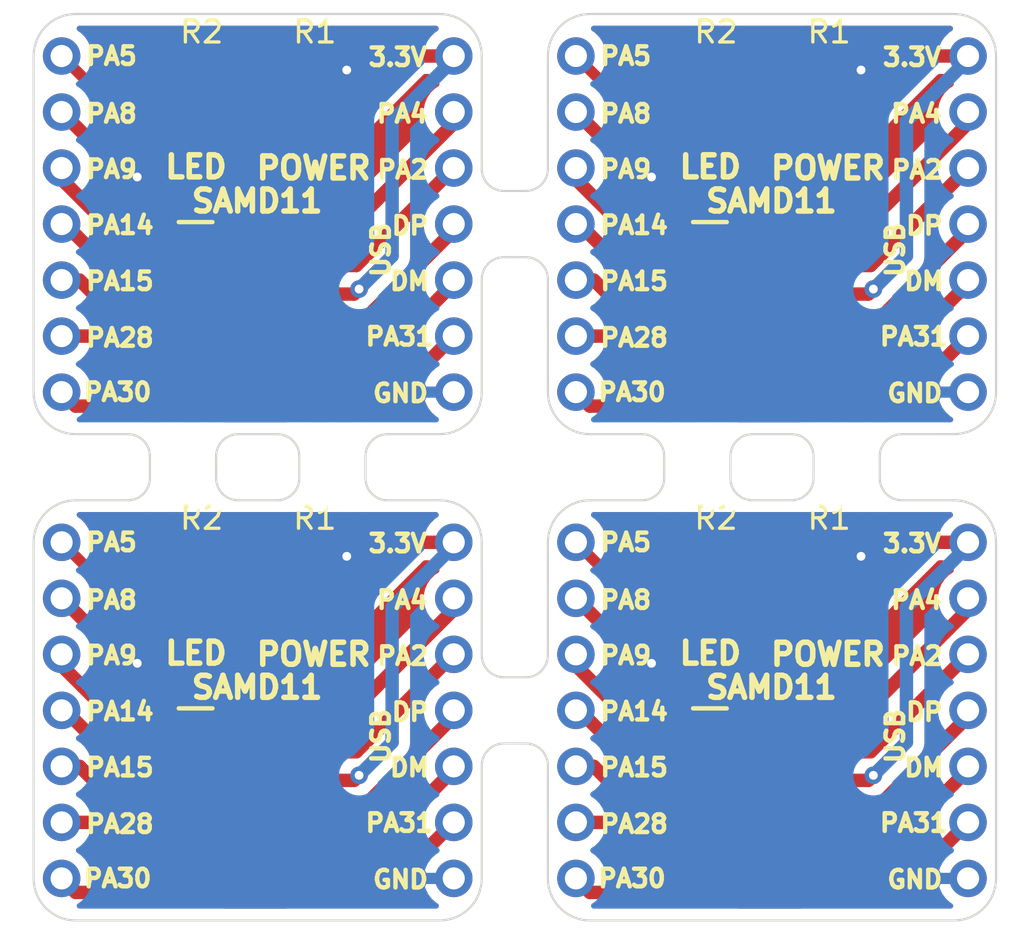
<source format=kicad_pcb>
(kicad_pcb (version 20171130) (host pcbnew 5.1.5-52549c5~86~ubuntu18.04.1)
  (layers (0 F.Cu signal) (31 B.Cu signal) (34 B.Paste user) (35 F.Paste user) (36 B.SilkS user) (37 F.SilkS user) (38 B.Mask user) (39 F.Mask user) (44 Edge.Cuts user))
  (net 0 "")
  (net 1 Board_1-+3V3)
  (net 2 Board_1-/PA02)
  (net 3 Board_1-/PA04)
  (net 4 Board_1-/PA05)
  (net 5 Board_1-/PA08)
  (net 6 Board_1-/PA09)
  (net 7 Board_1-/PA14)
  (net 8 Board_1-/PA15)
  (net 9 Board_1-/PA24)
  (net 10 Board_1-/PA25)
  (net 11 Board_1-/PA28)
  (net 12 Board_1-/PA30)
  (net 13 Board_1-/PA31)
  (net 14 Board_1-GND)
  (net 15 "Board_1-Net-(D1-Pad1)")
  (net 16 "Board_1-Net-(D2-Pad1)")
  (net 17 Board_2-+3V3)
  (net 18 Board_2-/PA02)
  (net 19 Board_2-/PA04)
  (net 20 Board_2-/PA05)
  (net 21 Board_2-/PA08)
  (net 22 Board_2-/PA09)
  (net 23 Board_2-/PA14)
  (net 24 Board_2-/PA15)
  (net 25 Board_2-/PA24)
  (net 26 Board_2-/PA25)
  (net 27 Board_2-/PA28)
  (net 28 Board_2-/PA30)
  (net 29 Board_2-/PA31)
  (net 30 Board_2-GND)
  (net 31 "Board_2-Net-(D1-Pad1)")
  (net 32 "Board_2-Net-(D2-Pad1)")
  (net 33 Board_3-+3V3)
  (net 34 Board_3-/PA02)
  (net 35 Board_3-/PA04)
  (net 36 Board_3-/PA05)
  (net 37 Board_3-/PA08)
  (net 38 Board_3-/PA09)
  (net 39 Board_3-/PA14)
  (net 40 Board_3-/PA15)
  (net 41 Board_3-/PA24)
  (net 42 Board_3-/PA25)
  (net 43 Board_3-/PA28)
  (net 44 Board_3-/PA30)
  (net 45 Board_3-/PA31)
  (net 46 Board_3-GND)
  (net 47 "Board_3-Net-(D1-Pad1)")
  (net 48 "Board_3-Net-(D2-Pad1)")
  (net 49 Board_4-+3V3)
  (net 50 Board_4-/PA02)
  (net 51 Board_4-/PA04)
  (net 52 Board_4-/PA05)
  (net 53 Board_4-/PA08)
  (net 54 Board_4-/PA09)
  (net 55 Board_4-/PA14)
  (net 56 Board_4-/PA15)
  (net 57 Board_4-/PA24)
  (net 58 Board_4-/PA25)
  (net 59 Board_4-/PA28)
  (net 60 Board_4-/PA30)
  (net 61 Board_4-/PA31)
  (net 62 Board_4-GND)
  (net 63 "Board_4-Net-(D1-Pad1)")
  (net 64 "Board_4-Net-(D2-Pad1)")
  (module NPTH (layer F.Cu) (at 73.569003 80.075011)
    (fp_text reference REF** hide)
    (fp_text value NPTH hide)
    (pad "" np_thru_hole circle (at 0 0) (size 0.5 0.5) (drill 0.5) (layers *.Cu *.Mask))
  )
  (module NPTH (layer F.Cu) (at 73.569003 81.075011)
    (fp_text reference REF** hide)
    (fp_text value NPTH hide)
    (pad "" np_thru_hole circle (at 0 0) (size 0.5 0.5) (drill 0.5) (layers *.Cu *.Mask))
  )
  (module NPTH (layer F.Cu) (at 73.569004 82.075011)
    (fp_text reference REF** hide)
    (fp_text value NPTH hide)
    (pad "" np_thru_hole circle (at 0 0) (size 0.5 0.5) (drill 0.5) (layers *.Cu *.Mask))
  )
  (module NPTH (layer F.Cu) (at 73.569004 83.075011)
    (fp_text reference REF** hide)
    (fp_text value NPTH hide)
    (pad "" np_thru_hole circle (at 0 0) (size 0.5 0.5) (drill 0.5) (layers *.Cu *.Mask))
  )
  (module NPTH (layer F.Cu) (at 70.071 83.075011)
    (fp_text reference REF** hide)
    (fp_text value NPTH hide)
    (pad "" np_thru_hole circle (at 0 0) (size 0.5 0.5) (drill 0.5) (layers *.Cu *.Mask))
  )
  (module NPTH (layer F.Cu) (at 70.071 82.075011)
    (fp_text reference REF** hide)
    (fp_text value NPTH hide)
    (pad "" np_thru_hole circle (at 0 0) (size 0.5 0.5) (drill 0.5) (layers *.Cu *.Mask))
  )
  (module NPTH (layer F.Cu) (at 70.071 81.075011)
    (fp_text reference REF** hide)
    (fp_text value NPTH hide)
    (pad "" np_thru_hole circle (at 0 0) (size 0.5 0.5) (drill 0.5) (layers *.Cu *.Mask))
  )
  (module NPTH (layer F.Cu) (at 70.071 80.075011)
    (fp_text reference REF** hide)
    (fp_text value NPTH hide)
    (pad "" np_thru_hole circle (at 0 0) (size 0.5 0.5) (drill 0.5) (layers *.Cu *.Mask))
  )
  (module NPTH (layer F.Cu) (at 73.569003 58.025003)
    (fp_text reference REF** hide)
    (fp_text value NPTH hide)
    (pad "" np_thru_hole circle (at 0 0) (size 0.5 0.5) (drill 0.5) (layers *.Cu *.Mask))
  )
  (module NPTH (layer F.Cu) (at 73.569003 59.025003)
    (fp_text reference REF** hide)
    (fp_text value NPTH hide)
    (pad "" np_thru_hole circle (at 0 0) (size 0.5 0.5) (drill 0.5) (layers *.Cu *.Mask))
  )
  (module NPTH (layer F.Cu) (at 73.569004 60.025003)
    (fp_text reference REF** hide)
    (fp_text value NPTH hide)
    (pad "" np_thru_hole circle (at 0 0) (size 0.5 0.5) (drill 0.5) (layers *.Cu *.Mask))
  )
  (module NPTH (layer F.Cu) (at 73.569004 61.025003)
    (fp_text reference REF** hide)
    (fp_text value NPTH hide)
    (pad "" np_thru_hole circle (at 0 0) (size 0.5 0.5) (drill 0.5) (layers *.Cu *.Mask))
  )
  (module NPTH (layer F.Cu) (at 70.071 61.025003)
    (fp_text reference REF** hide)
    (fp_text value NPTH hide)
    (pad "" np_thru_hole circle (at 0 0) (size 0.5 0.5) (drill 0.5) (layers *.Cu *.Mask))
  )
  (module NPTH (layer F.Cu) (at 70.071 60.025003)
    (fp_text reference REF** hide)
    (fp_text value NPTH hide)
    (pad "" np_thru_hole circle (at 0 0) (size 0.5 0.5) (drill 0.5) (layers *.Cu *.Mask))
  )
  (module NPTH (layer F.Cu) (at 70.071 59.025003)
    (fp_text reference REF** hide)
    (fp_text value NPTH hide)
    (pad "" np_thru_hole circle (at 0 0) (size 0.5 0.5) (drill 0.5) (layers *.Cu *.Mask))
  )
  (module NPTH (layer F.Cu) (at 70.071 58.025003)
    (fp_text reference REF** hide)
    (fp_text value NPTH hide)
    (pad "" np_thru_hole circle (at 0 0) (size 0.5 0.5) (drill 0.5) (layers *.Cu *.Mask))
  )
  (module NPTH (layer F.Cu) (at 88.366678 72.299001)
    (fp_text reference REF** hide)
    (fp_text value NPTH hide)
    (pad "" np_thru_hole circle (at 0 0) (size 0.5 0.5) (drill 0.5) (layers *.Cu *.Mask))
  )
  (module NPTH (layer F.Cu) (at 87.366678 72.299002)
    (fp_text reference REF** hide)
    (fp_text value NPTH hide)
    (pad "" np_thru_hole circle (at 0 0) (size 0.5 0.5) (drill 0.5) (layers *.Cu *.Mask))
  )
  (module NPTH (layer F.Cu) (at 86.366678 72.299002)
    (fp_text reference REF** hide)
    (fp_text value NPTH hide)
    (pad "" np_thru_hole circle (at 0 0) (size 0.5 0.5) (drill 0.5) (layers *.Cu *.Mask))
  )
  (module NPTH (layer F.Cu) (at 85.366678 72.299003)
    (fp_text reference REF** hide)
    (fp_text value NPTH hide)
    (pad "" np_thru_hole circle (at 0 0) (size 0.5 0.5) (drill 0.5) (layers *.Cu *.Mask))
  )
  (module NPTH (layer F.Cu) (at 81.593342 72.299005)
    (fp_text reference REF** hide)
    (fp_text value NPTH hide)
    (pad "" np_thru_hole circle (at 0 0) (size 0.5 0.5) (drill 0.5) (layers *.Cu *.Mask))
  )
  (module NPTH (layer F.Cu) (at 80.593342 72.299006)
    (fp_text reference REF** hide)
    (fp_text value NPTH hide)
    (pad "" np_thru_hole circle (at 0 0) (size 0.5 0.5) (drill 0.5) (layers *.Cu *.Mask))
  )
  (module NPTH (layer F.Cu) (at 79.593342 72.299006)
    (fp_text reference REF** hide)
    (fp_text value NPTH hide)
    (pad "" np_thru_hole circle (at 0 0) (size 0.5 0.5) (drill 0.5) (layers *.Cu *.Mask))
  )
  (module NPTH (layer F.Cu) (at 78.593342 72.299007)
    (fp_text reference REF** hide)
    (fp_text value NPTH hide)
    (pad "" np_thru_hole circle (at 0 0) (size 0.5 0.5) (drill 0.5) (layers *.Cu *.Mask))
  )
  (module NPTH (layer F.Cu) (at 65.046671 72.299001)
    (fp_text reference REF** hide)
    (fp_text value NPTH hide)
    (pad "" np_thru_hole circle (at 0 0) (size 0.5 0.5) (drill 0.5) (layers *.Cu *.Mask))
  )
  (module NPTH (layer F.Cu) (at 64.046671 72.299002)
    (fp_text reference REF** hide)
    (fp_text value NPTH hide)
    (pad "" np_thru_hole circle (at 0 0) (size 0.5 0.5) (drill 0.5) (layers *.Cu *.Mask))
  )
  (module NPTH (layer F.Cu) (at 63.046671 72.299002)
    (fp_text reference REF** hide)
    (fp_text value NPTH hide)
    (pad "" np_thru_hole circle (at 0 0) (size 0.5 0.5) (drill 0.5) (layers *.Cu *.Mask))
  )
  (module NPTH (layer F.Cu) (at 62.046671 72.299003)
    (fp_text reference REF** hide)
    (fp_text value NPTH hide)
    (pad "" np_thru_hole circle (at 0 0) (size 0.5 0.5) (drill 0.5) (layers *.Cu *.Mask))
  )
  (module NPTH (layer F.Cu) (at 58.273335 72.299005)
    (fp_text reference REF** hide)
    (fp_text value NPTH hide)
    (pad "" np_thru_hole circle (at 0 0) (size 0.5 0.5) (drill 0.5) (layers *.Cu *.Mask))
  )
  (module NPTH (layer F.Cu) (at 57.273335 72.299006)
    (fp_text reference REF** hide)
    (fp_text value NPTH hide)
    (pad "" np_thru_hole circle (at 0 0) (size 0.5 0.5) (drill 0.5) (layers *.Cu *.Mask))
  )
  (module NPTH (layer F.Cu) (at 56.273335 72.299006)
    (fp_text reference REF** hide)
    (fp_text value NPTH hide)
    (pad "" np_thru_hole circle (at 0 0) (size 0.5 0.5) (drill 0.5) (layers *.Cu *.Mask))
  )
  (module NPTH (layer F.Cu) (at 55.273335 72.299007)
    (fp_text reference REF** hide)
    (fp_text value NPTH hide)
    (pad "" np_thru_hole circle (at 0 0) (size 0.5 0.5) (drill 0.5) (layers *.Cu *.Mask))
  )
  (module NPTH (layer F.Cu) (at 85.366678 68.801)
    (fp_text reference REF** hide)
    (fp_text value NPTH hide)
    (pad "" np_thru_hole circle (at 0 0) (size 0.5 0.5) (drill 0.5) (layers *.Cu *.Mask))
  )
  (module NPTH (layer F.Cu) (at 86.366678 68.801)
    (fp_text reference REF** hide)
    (fp_text value NPTH hide)
    (pad "" np_thru_hole circle (at 0 0) (size 0.5 0.5) (drill 0.5) (layers *.Cu *.Mask))
  )
  (module NPTH (layer F.Cu) (at 87.366678 68.801)
    (fp_text reference REF** hide)
    (fp_text value NPTH hide)
    (pad "" np_thru_hole circle (at 0 0) (size 0.5 0.5) (drill 0.5) (layers *.Cu *.Mask))
  )
  (module NPTH (layer F.Cu) (at 88.366678 68.801)
    (fp_text reference REF** hide)
    (fp_text value NPTH hide)
    (pad "" np_thru_hole circle (at 0 0) (size 0.5 0.5) (drill 0.5) (layers *.Cu *.Mask))
  )
  (module NPTH (layer F.Cu) (at 78.593342 68.801)
    (fp_text reference REF** hide)
    (fp_text value NPTH hide)
    (pad "" np_thru_hole circle (at 0 0) (size 0.5 0.5) (drill 0.5) (layers *.Cu *.Mask))
  )
  (module NPTH (layer F.Cu) (at 79.593342 68.801)
    (fp_text reference REF** hide)
    (fp_text value NPTH hide)
    (pad "" np_thru_hole circle (at 0 0) (size 0.5 0.5) (drill 0.5) (layers *.Cu *.Mask))
  )
  (module NPTH (layer F.Cu) (at 80.593342 68.801)
    (fp_text reference REF** hide)
    (fp_text value NPTH hide)
    (pad "" np_thru_hole circle (at 0 0) (size 0.5 0.5) (drill 0.5) (layers *.Cu *.Mask))
  )
  (module NPTH (layer F.Cu) (at 81.593342 68.801)
    (fp_text reference REF** hide)
    (fp_text value NPTH hide)
    (pad "" np_thru_hole circle (at 0 0) (size 0.5 0.5) (drill 0.5) (layers *.Cu *.Mask))
  )
  (module NPTH (layer F.Cu) (at 62.046671 68.801)
    (fp_text reference REF** hide)
    (fp_text value NPTH hide)
    (pad "" np_thru_hole circle (at 0 0) (size 0.5 0.5) (drill 0.5) (layers *.Cu *.Mask))
  )
  (module NPTH (layer F.Cu) (at 63.046671 68.801)
    (fp_text reference REF** hide)
    (fp_text value NPTH hide)
    (pad "" np_thru_hole circle (at 0 0) (size 0.5 0.5) (drill 0.5) (layers *.Cu *.Mask))
  )
  (module NPTH (layer F.Cu) (at 64.046671 68.801)
    (fp_text reference REF** hide)
    (fp_text value NPTH hide)
    (pad "" np_thru_hole circle (at 0 0) (size 0.5 0.5) (drill 0.5) (layers *.Cu *.Mask))
  )
  (module NPTH (layer F.Cu) (at 65.046671 68.801)
    (fp_text reference REF** hide)
    (fp_text value NPTH hide)
    (pad "" np_thru_hole circle (at 0 0) (size 0.5 0.5) (drill 0.5) (layers *.Cu *.Mask))
  )
  (module NPTH (layer F.Cu) (at 55.273335 68.801)
    (fp_text reference REF** hide)
    (fp_text value NPTH hide)
    (pad "" np_thru_hole circle (at 0 0) (size 0.5 0.5) (drill 0.5) (layers *.Cu *.Mask))
  )
  (module NPTH (layer F.Cu) (at 56.273335 68.801)
    (fp_text reference REF** hide)
    (fp_text value NPTH hide)
    (pad "" np_thru_hole circle (at 0 0) (size 0.5 0.5) (drill 0.5) (layers *.Cu *.Mask))
  )
  (module NPTH (layer F.Cu) (at 57.273335 68.801)
    (fp_text reference REF** hide)
    (fp_text value NPTH hide)
    (pad "" np_thru_hole circle (at 0 0) (size 0.5 0.5) (drill 0.5) (layers *.Cu *.Mask))
  )
  (module NPTH (layer F.Cu) (at 58.273335 68.801)
    (fp_text reference REF** hide)
    (fp_text value NPTH hide)
    (pad "" np_thru_hole circle (at 0 0) (size 0.5 0.5) (drill 0.5) (layers *.Cu *.Mask))
  )
  (module SamD11_Breakout:SOIC127P600X175-14N (layer F.Cu) (at 83.378408 85.994609)
    (fp_text reference IC2)
    (fp_text value ATSAMD11C14A-SSUT hide)
    (pad 1 smd rect (at -2.712 -3.81 90) (size 0.7 1.525) (layers F.Cu F.Paste F.Mask) (net 52 Board_4-/PA05))
    (pad 2 smd rect (at -2.712 -2.54 90) (size 0.7 1.525) (layers F.Cu F.Paste F.Mask) (net 53 Board_4-/PA08))
    (pad 3 smd rect (at -2.712 -1.27 90) (size 0.7 1.525) (layers F.Cu F.Paste F.Mask) (net 54 Board_4-/PA09))
    (pad 4 smd rect (at -2.712 0 90) (size 0.7 1.525) (layers F.Cu F.Paste F.Mask) (net 55 Board_4-/PA14))
    (pad 5 smd rect (at -2.712 1.27 90) (size 0.7 1.525) (layers F.Cu F.Paste F.Mask) (net 56 Board_4-/PA15))
    (pad 6 smd rect (at -2.712 2.54 90) (size 0.7 1.525) (layers F.Cu F.Paste F.Mask) (net 59 Board_4-/PA28))
    (pad 7 smd rect (at -2.712 3.81 90) (size 0.7 1.525) (layers F.Cu F.Paste F.Mask) (net 60 Board_4-/PA30))
    (pad 8 smd rect (at 2.712 3.81 90) (size 0.7 1.525) (layers F.Cu F.Paste F.Mask) (net 61 Board_4-/PA31))
    (pad 9 smd rect (at 2.712 2.54 90) (size 0.7 1.525) (layers F.Cu F.Paste F.Mask) (net 57 Board_4-/PA24))
    (pad 10 smd rect (at 2.712 1.27 90) (size 0.7 1.525) (layers F.Cu F.Paste F.Mask) (net 58 Board_4-/PA25))
    (pad 11 smd rect (at 2.712 0 90) (size 0.7 1.525) (layers F.Cu F.Paste F.Mask) (net 62 Board_4-GND))
    (pad 12 smd rect (at 2.712 -1.27 90) (size 0.7 1.525) (layers F.Cu F.Paste F.Mask) (net 49 Board_4-+3V3))
    (pad 13 smd rect (at 2.712 -2.54 90) (size 0.7 1.525) (layers F.Cu F.Paste F.Mask) (net 50 Board_4-/PA02))
    (pad 14 smd rect (at 2.712 -3.81 90) (size 0.7 1.525) (layers F.Cu F.Paste F.Mask) (net 51 Board_4-/PA04))
  )
  (module SamD11_Breakout:LED_1206_3216Metric_Pad1.42x1.75mm_HandSolder (layer F.Cu) (at 80.940008 77.130009 180)
    (fp_text reference D2)
    (fp_text value LED (at 0.254 -1.8542) (layer F.SilkS) (effects (font (thickness 0.25))))
    (pad 2 smd roundrect (at 1.4875 0 180) (size 1.425 1.75) (layers F.Cu F.Paste F.Mask) (roundrect_rratio 0.175439) (net 52 Board_4-/PA05))
    (pad 1 smd roundrect (at -1.4875 0 180) (size 1.425 1.75) (layers F.Cu F.Paste F.Mask) (roundrect_rratio 0.175439) (net 64 "Board_4-Net-(D2-Pad1)"))
  )
  (module SamD11_Breakout:LED_1206_3216Metric_Pad1.42x1.75mm_HandSolder (layer F.Cu) (at 86.020008 77.130009)
    (fp_text reference D1)
    (fp_text value POWER (at 0 1.905) (layer F.SilkS) (effects (font (thickness 0.25))))
    (pad 2 smd roundrect (at 1.4875 0) (size 1.425 1.75) (layers F.Cu F.Paste F.Mask) (roundrect_rratio 0.175439) (net 49 Board_4-+3V3))
    (pad 1 smd roundrect (at -1.4875 0) (size 1.425 1.75) (layers F.Cu F.Paste F.Mask) (roundrect_rratio 0.175439) (net 63 "Board_4-Net-(D1-Pad1)"))
  )
  (module SamD11_Breakout:R_1206_3216Metric_Pad1.42x1.75mm_HandSolder (layer F.Cu) (at 80.940008 74.590009 180)
    (fp_text reference R2 (at 0 1.7272) (layer F.SilkS))
    (fp_text value 1K)
    (pad 2 smd roundrect (at 1.4875 0 180) (size 1.425 1.75) (layers F.Cu F.Paste F.Mask) (roundrect_rratio 0.175439) (net 62 Board_4-GND))
    (pad 1 smd roundrect (at -1.4875 0 180) (size 1.425 1.75) (layers F.Cu F.Paste F.Mask) (roundrect_rratio 0.175439) (net 64 "Board_4-Net-(D2-Pad1)"))
  )
  (module SamD11_Breakout:R_1206_3216Metric_Pad1.42x1.75mm_HandSolder (layer F.Cu) (at 86.020008 74.590009)
    (fp_text reference R1 (at 0.0508 -1.7272) (layer F.SilkS))
    (fp_text value 1K)
    (pad 2 smd roundrect (at 1.4875 0) (size 1.425 1.75) (layers F.Cu F.Paste F.Mask) (roundrect_rratio 0.175439) (net 62 Board_4-GND))
    (pad 1 smd roundrect (at -1.4875 0) (size 1.425 1.75) (layers F.Cu F.Paste F.Mask) (roundrect_rratio 0.175439) (net 63 "Board_4-Net-(D1-Pad1)"))
  )
  (module SamD11_Breakout:PinHeader_1x07_P2.54mm_Vertical (layer F.Cu) (at 92.370008 73.955009)
    (fp_text reference J2 hide)
    (fp_text value Conn_01x07 hide)
    (pad 1 thru_hole circle (at 0 0) (size 1.7 1.7) (drill 1) (layers *.Cu *.Mask) (net 49 Board_4-+3V3))
    (pad 2 thru_hole oval (at 0 2.54) (size 1.7 1.7) (drill 1) (layers *.Cu *.Mask) (net 51 Board_4-/PA04))
    (pad 3 thru_hole oval (at 0 5.08) (size 1.7 1.7) (drill 1) (layers *.Cu *.Mask) (net 50 Board_4-/PA02))
    (pad 4 thru_hole oval (at 0 7.62) (size 1.7 1.7) (drill 1) (layers *.Cu *.Mask) (net 58 Board_4-/PA25))
    (pad 5 thru_hole oval (at 0 10.16) (size 1.7 1.7) (drill 1) (layers *.Cu *.Mask) (net 57 Board_4-/PA24))
    (pad 6 thru_hole oval (at 0 12.7) (size 1.7 1.7) (drill 1) (layers *.Cu *.Mask) (net 61 Board_4-/PA31))
    (pad 7 thru_hole oval (at 0 15.24) (size 1.7 1.7) (drill 1) (layers *.Cu *.Mask) (net 62 Board_4-GND))
  )
  (module SamD11_Breakout:PinHeader_1x07_P2.54mm_Vertical (layer F.Cu) (at 74.590008 73.955009)
    (fp_text reference J1 hide)
    (fp_text value Conn_01x07 hide)
    (pad 1 thru_hole circle (at 0 0) (size 1.7 1.7) (drill 1) (layers *.Cu *.Mask) (net 52 Board_4-/PA05))
    (pad 2 thru_hole oval (at 0 2.54) (size 1.7 1.7) (drill 1) (layers *.Cu *.Mask) (net 53 Board_4-/PA08))
    (pad 3 thru_hole oval (at 0 5.08) (size 1.7 1.7) (drill 1) (layers *.Cu *.Mask) (net 54 Board_4-/PA09))
    (pad 4 thru_hole oval (at 0 7.62) (size 1.7 1.7) (drill 1) (layers *.Cu *.Mask) (net 55 Board_4-/PA14))
    (pad 5 thru_hole oval (at 0 10.16) (size 1.7 1.7) (drill 1) (layers *.Cu *.Mask) (net 56 Board_4-/PA15))
    (pad 6 thru_hole oval (at 0 12.7) (size 1.7 1.7) (drill 1) (layers *.Cu *.Mask) (net 59 Board_4-/PA28))
    (pad 7 thru_hole oval (at 0 15.24) (size 1.7 1.7) (drill 1) (layers *.Cu *.Mask) (net 60 Board_4-/PA30))
  )
  (module SamD11_Breakout:SOIC127P600X175-14N (layer F.Cu) (at 60.058401 85.994609)
    (fp_text reference IC2)
    (fp_text value ATSAMD11C14A-SSUT hide)
    (pad 1 smd rect (at -2.712 -3.81 90) (size 0.7 1.525) (layers F.Cu F.Paste F.Mask) (net 36 Board_3-/PA05))
    (pad 2 smd rect (at -2.712 -2.54 90) (size 0.7 1.525) (layers F.Cu F.Paste F.Mask) (net 37 Board_3-/PA08))
    (pad 3 smd rect (at -2.712 -1.27 90) (size 0.7 1.525) (layers F.Cu F.Paste F.Mask) (net 38 Board_3-/PA09))
    (pad 4 smd rect (at -2.712 0 90) (size 0.7 1.525) (layers F.Cu F.Paste F.Mask) (net 39 Board_3-/PA14))
    (pad 5 smd rect (at -2.712 1.27 90) (size 0.7 1.525) (layers F.Cu F.Paste F.Mask) (net 40 Board_3-/PA15))
    (pad 6 smd rect (at -2.712 2.54 90) (size 0.7 1.525) (layers F.Cu F.Paste F.Mask) (net 43 Board_3-/PA28))
    (pad 7 smd rect (at -2.712 3.81 90) (size 0.7 1.525) (layers F.Cu F.Paste F.Mask) (net 44 Board_3-/PA30))
    (pad 8 smd rect (at 2.712 3.81 90) (size 0.7 1.525) (layers F.Cu F.Paste F.Mask) (net 45 Board_3-/PA31))
    (pad 9 smd rect (at 2.712 2.54 90) (size 0.7 1.525) (layers F.Cu F.Paste F.Mask) (net 41 Board_3-/PA24))
    (pad 10 smd rect (at 2.712 1.27 90) (size 0.7 1.525) (layers F.Cu F.Paste F.Mask) (net 42 Board_3-/PA25))
    (pad 11 smd rect (at 2.712 0 90) (size 0.7 1.525) (layers F.Cu F.Paste F.Mask) (net 46 Board_3-GND))
    (pad 12 smd rect (at 2.712 -1.27 90) (size 0.7 1.525) (layers F.Cu F.Paste F.Mask) (net 33 Board_3-+3V3))
    (pad 13 smd rect (at 2.712 -2.54 90) (size 0.7 1.525) (layers F.Cu F.Paste F.Mask) (net 34 Board_3-/PA02))
    (pad 14 smd rect (at 2.712 -3.81 90) (size 0.7 1.525) (layers F.Cu F.Paste F.Mask) (net 35 Board_3-/PA04))
  )
  (module SamD11_Breakout:LED_1206_3216Metric_Pad1.42x1.75mm_HandSolder (layer F.Cu) (at 57.620001 77.130009 180)
    (fp_text reference D2)
    (fp_text value LED (at 0.254 -1.8542) (layer F.SilkS) (effects (font (thickness 0.25))))
    (pad 2 smd roundrect (at 1.4875 0 180) (size 1.425 1.75) (layers F.Cu F.Paste F.Mask) (roundrect_rratio 0.175439) (net 36 Board_3-/PA05))
    (pad 1 smd roundrect (at -1.4875 0 180) (size 1.425 1.75) (layers F.Cu F.Paste F.Mask) (roundrect_rratio 0.175439) (net 48 "Board_3-Net-(D2-Pad1)"))
  )
  (module SamD11_Breakout:LED_1206_3216Metric_Pad1.42x1.75mm_HandSolder (layer F.Cu) (at 62.700001 77.130009)
    (fp_text reference D1)
    (fp_text value POWER (at 0 1.905) (layer F.SilkS) (effects (font (thickness 0.25))))
    (pad 2 smd roundrect (at 1.4875 0) (size 1.425 1.75) (layers F.Cu F.Paste F.Mask) (roundrect_rratio 0.175439) (net 33 Board_3-+3V3))
    (pad 1 smd roundrect (at -1.4875 0) (size 1.425 1.75) (layers F.Cu F.Paste F.Mask) (roundrect_rratio 0.175439) (net 47 "Board_3-Net-(D1-Pad1)"))
  )
  (module SamD11_Breakout:R_1206_3216Metric_Pad1.42x1.75mm_HandSolder (layer F.Cu) (at 57.620001 74.590009 180)
    (fp_text reference R2 (at 0 1.7272) (layer F.SilkS))
    (fp_text value 1K)
    (pad 2 smd roundrect (at 1.4875 0 180) (size 1.425 1.75) (layers F.Cu F.Paste F.Mask) (roundrect_rratio 0.175439) (net 46 Board_3-GND))
    (pad 1 smd roundrect (at -1.4875 0 180) (size 1.425 1.75) (layers F.Cu F.Paste F.Mask) (roundrect_rratio 0.175439) (net 48 "Board_3-Net-(D2-Pad1)"))
  )
  (module SamD11_Breakout:R_1206_3216Metric_Pad1.42x1.75mm_HandSolder (layer F.Cu) (at 62.700001 74.590009)
    (fp_text reference R1 (at 0.0508 -1.7272) (layer F.SilkS))
    (fp_text value 1K)
    (pad 2 smd roundrect (at 1.4875 0) (size 1.425 1.75) (layers F.Cu F.Paste F.Mask) (roundrect_rratio 0.175439) (net 46 Board_3-GND))
    (pad 1 smd roundrect (at -1.4875 0) (size 1.425 1.75) (layers F.Cu F.Paste F.Mask) (roundrect_rratio 0.175439) (net 47 "Board_3-Net-(D1-Pad1)"))
  )
  (module SamD11_Breakout:PinHeader_1x07_P2.54mm_Vertical (layer F.Cu) (at 69.050001 73.955009)
    (fp_text reference J2 hide)
    (fp_text value Conn_01x07 hide)
    (pad 1 thru_hole circle (at 0 0) (size 1.7 1.7) (drill 1) (layers *.Cu *.Mask) (net 33 Board_3-+3V3))
    (pad 2 thru_hole oval (at 0 2.54) (size 1.7 1.7) (drill 1) (layers *.Cu *.Mask) (net 35 Board_3-/PA04))
    (pad 3 thru_hole oval (at 0 5.08) (size 1.7 1.7) (drill 1) (layers *.Cu *.Mask) (net 34 Board_3-/PA02))
    (pad 4 thru_hole oval (at 0 7.62) (size 1.7 1.7) (drill 1) (layers *.Cu *.Mask) (net 42 Board_3-/PA25))
    (pad 5 thru_hole oval (at 0 10.16) (size 1.7 1.7) (drill 1) (layers *.Cu *.Mask) (net 41 Board_3-/PA24))
    (pad 6 thru_hole oval (at 0 12.7) (size 1.7 1.7) (drill 1) (layers *.Cu *.Mask) (net 45 Board_3-/PA31))
    (pad 7 thru_hole oval (at 0 15.24) (size 1.7 1.7) (drill 1) (layers *.Cu *.Mask) (net 46 Board_3-GND))
  )
  (module SamD11_Breakout:PinHeader_1x07_P2.54mm_Vertical (layer F.Cu) (at 51.270001 73.955009)
    (fp_text reference J1 hide)
    (fp_text value Conn_01x07 hide)
    (pad 1 thru_hole circle (at 0 0) (size 1.7 1.7) (drill 1) (layers *.Cu *.Mask) (net 36 Board_3-/PA05))
    (pad 2 thru_hole oval (at 0 2.54) (size 1.7 1.7) (drill 1) (layers *.Cu *.Mask) (net 37 Board_3-/PA08))
    (pad 3 thru_hole oval (at 0 5.08) (size 1.7 1.7) (drill 1) (layers *.Cu *.Mask) (net 38 Board_3-/PA09))
    (pad 4 thru_hole oval (at 0 7.62) (size 1.7 1.7) (drill 1) (layers *.Cu *.Mask) (net 39 Board_3-/PA14))
    (pad 5 thru_hole oval (at 0 10.16) (size 1.7 1.7) (drill 1) (layers *.Cu *.Mask) (net 40 Board_3-/PA15))
    (pad 6 thru_hole oval (at 0 12.7) (size 1.7 1.7) (drill 1) (layers *.Cu *.Mask) (net 43 Board_3-/PA28))
    (pad 7 thru_hole oval (at 0 15.24) (size 1.7 1.7) (drill 1) (layers *.Cu *.Mask) (net 44 Board_3-/PA30))
  )
  (module SamD11_Breakout:SOIC127P600X175-14N (layer F.Cu) (at 83.378408 63.944601)
    (fp_text reference IC2)
    (fp_text value ATSAMD11C14A-SSUT hide)
    (pad 1 smd rect (at -2.712 -3.81 90) (size 0.7 1.525) (layers F.Cu F.Paste F.Mask) (net 20 Board_2-/PA05))
    (pad 2 smd rect (at -2.712 -2.54 90) (size 0.7 1.525) (layers F.Cu F.Paste F.Mask) (net 21 Board_2-/PA08))
    (pad 3 smd rect (at -2.712 -1.27 90) (size 0.7 1.525) (layers F.Cu F.Paste F.Mask) (net 22 Board_2-/PA09))
    (pad 4 smd rect (at -2.712 0 90) (size 0.7 1.525) (layers F.Cu F.Paste F.Mask) (net 23 Board_2-/PA14))
    (pad 5 smd rect (at -2.712 1.27 90) (size 0.7 1.525) (layers F.Cu F.Paste F.Mask) (net 24 Board_2-/PA15))
    (pad 6 smd rect (at -2.712 2.54 90) (size 0.7 1.525) (layers F.Cu F.Paste F.Mask) (net 27 Board_2-/PA28))
    (pad 7 smd rect (at -2.712 3.81 90) (size 0.7 1.525) (layers F.Cu F.Paste F.Mask) (net 28 Board_2-/PA30))
    (pad 8 smd rect (at 2.712 3.81 90) (size 0.7 1.525) (layers F.Cu F.Paste F.Mask) (net 29 Board_2-/PA31))
    (pad 9 smd rect (at 2.712 2.54 90) (size 0.7 1.525) (layers F.Cu F.Paste F.Mask) (net 25 Board_2-/PA24))
    (pad 10 smd rect (at 2.712 1.27 90) (size 0.7 1.525) (layers F.Cu F.Paste F.Mask) (net 26 Board_2-/PA25))
    (pad 11 smd rect (at 2.712 0 90) (size 0.7 1.525) (layers F.Cu F.Paste F.Mask) (net 30 Board_2-GND))
    (pad 12 smd rect (at 2.712 -1.27 90) (size 0.7 1.525) (layers F.Cu F.Paste F.Mask) (net 17 Board_2-+3V3))
    (pad 13 smd rect (at 2.712 -2.54 90) (size 0.7 1.525) (layers F.Cu F.Paste F.Mask) (net 18 Board_2-/PA02))
    (pad 14 smd rect (at 2.712 -3.81 90) (size 0.7 1.525) (layers F.Cu F.Paste F.Mask) (net 19 Board_2-/PA04))
  )
  (module SamD11_Breakout:LED_1206_3216Metric_Pad1.42x1.75mm_HandSolder (layer F.Cu) (at 80.940008 55.080001 180)
    (fp_text reference D2)
    (fp_text value LED (at 0.254 -1.8542) (layer F.SilkS) (effects (font (thickness 0.25))))
    (pad 2 smd roundrect (at 1.4875 0 180) (size 1.425 1.75) (layers F.Cu F.Paste F.Mask) (roundrect_rratio 0.175439) (net 20 Board_2-/PA05))
    (pad 1 smd roundrect (at -1.4875 0 180) (size 1.425 1.75) (layers F.Cu F.Paste F.Mask) (roundrect_rratio 0.175439) (net 32 "Board_2-Net-(D2-Pad1)"))
  )
  (module SamD11_Breakout:LED_1206_3216Metric_Pad1.42x1.75mm_HandSolder (layer F.Cu) (at 86.020008 55.080001)
    (fp_text reference D1)
    (fp_text value POWER (at 0 1.905) (layer F.SilkS) (effects (font (thickness 0.25))))
    (pad 2 smd roundrect (at 1.4875 0) (size 1.425 1.75) (layers F.Cu F.Paste F.Mask) (roundrect_rratio 0.175439) (net 17 Board_2-+3V3))
    (pad 1 smd roundrect (at -1.4875 0) (size 1.425 1.75) (layers F.Cu F.Paste F.Mask) (roundrect_rratio 0.175439) (net 31 "Board_2-Net-(D1-Pad1)"))
  )
  (module SamD11_Breakout:R_1206_3216Metric_Pad1.42x1.75mm_HandSolder (layer F.Cu) (at 80.940008 52.540001 180)
    (fp_text reference R2 (at 0 1.7272) (layer F.SilkS))
    (fp_text value 1K)
    (pad 2 smd roundrect (at 1.4875 0 180) (size 1.425 1.75) (layers F.Cu F.Paste F.Mask) (roundrect_rratio 0.175439) (net 30 Board_2-GND))
    (pad 1 smd roundrect (at -1.4875 0 180) (size 1.425 1.75) (layers F.Cu F.Paste F.Mask) (roundrect_rratio 0.175439) (net 32 "Board_2-Net-(D2-Pad1)"))
  )
  (module SamD11_Breakout:R_1206_3216Metric_Pad1.42x1.75mm_HandSolder (layer F.Cu) (at 86.020008 52.540001)
    (fp_text reference R1 (at 0.0508 -1.7272) (layer F.SilkS))
    (fp_text value 1K)
    (pad 2 smd roundrect (at 1.4875 0) (size 1.425 1.75) (layers F.Cu F.Paste F.Mask) (roundrect_rratio 0.175439) (net 30 Board_2-GND))
    (pad 1 smd roundrect (at -1.4875 0) (size 1.425 1.75) (layers F.Cu F.Paste F.Mask) (roundrect_rratio 0.175439) (net 31 "Board_2-Net-(D1-Pad1)"))
  )
  (module SamD11_Breakout:PinHeader_1x07_P2.54mm_Vertical (layer F.Cu) (at 92.370008 51.905001)
    (fp_text reference J2 hide)
    (fp_text value Conn_01x07 hide)
    (pad 1 thru_hole circle (at 0 0) (size 1.7 1.7) (drill 1) (layers *.Cu *.Mask) (net 17 Board_2-+3V3))
    (pad 2 thru_hole oval (at 0 2.54) (size 1.7 1.7) (drill 1) (layers *.Cu *.Mask) (net 19 Board_2-/PA04))
    (pad 3 thru_hole oval (at 0 5.08) (size 1.7 1.7) (drill 1) (layers *.Cu *.Mask) (net 18 Board_2-/PA02))
    (pad 4 thru_hole oval (at 0 7.62) (size 1.7 1.7) (drill 1) (layers *.Cu *.Mask) (net 26 Board_2-/PA25))
    (pad 5 thru_hole oval (at 0 10.16) (size 1.7 1.7) (drill 1) (layers *.Cu *.Mask) (net 25 Board_2-/PA24))
    (pad 6 thru_hole oval (at 0 12.7) (size 1.7 1.7) (drill 1) (layers *.Cu *.Mask) (net 29 Board_2-/PA31))
    (pad 7 thru_hole oval (at 0 15.24) (size 1.7 1.7) (drill 1) (layers *.Cu *.Mask) (net 30 Board_2-GND))
  )
  (module SamD11_Breakout:PinHeader_1x07_P2.54mm_Vertical (layer F.Cu) (at 74.590008 51.905001)
    (fp_text reference J1 hide)
    (fp_text value Conn_01x07 hide)
    (pad 1 thru_hole circle (at 0 0) (size 1.7 1.7) (drill 1) (layers *.Cu *.Mask) (net 20 Board_2-/PA05))
    (pad 2 thru_hole oval (at 0 2.54) (size 1.7 1.7) (drill 1) (layers *.Cu *.Mask) (net 21 Board_2-/PA08))
    (pad 3 thru_hole oval (at 0 5.08) (size 1.7 1.7) (drill 1) (layers *.Cu *.Mask) (net 22 Board_2-/PA09))
    (pad 4 thru_hole oval (at 0 7.62) (size 1.7 1.7) (drill 1) (layers *.Cu *.Mask) (net 23 Board_2-/PA14))
    (pad 5 thru_hole oval (at 0 10.16) (size 1.7 1.7) (drill 1) (layers *.Cu *.Mask) (net 24 Board_2-/PA15))
    (pad 6 thru_hole oval (at 0 12.7) (size 1.7 1.7) (drill 1) (layers *.Cu *.Mask) (net 27 Board_2-/PA28))
    (pad 7 thru_hole oval (at 0 15.24) (size 1.7 1.7) (drill 1) (layers *.Cu *.Mask) (net 28 Board_2-/PA30))
  )
  (module SamD11_Breakout:SOIC127P600X175-14N (layer F.Cu) (at 60.058401 63.944601)
    (fp_text reference IC2)
    (fp_text value ATSAMD11C14A-SSUT hide)
    (pad 1 smd rect (at -2.712 -3.81 90) (size 0.7 1.525) (layers F.Cu F.Paste F.Mask) (net 4 Board_1-/PA05))
    (pad 2 smd rect (at -2.712 -2.54 90) (size 0.7 1.525) (layers F.Cu F.Paste F.Mask) (net 5 Board_1-/PA08))
    (pad 3 smd rect (at -2.712 -1.27 90) (size 0.7 1.525) (layers F.Cu F.Paste F.Mask) (net 6 Board_1-/PA09))
    (pad 4 smd rect (at -2.712 0 90) (size 0.7 1.525) (layers F.Cu F.Paste F.Mask) (net 7 Board_1-/PA14))
    (pad 5 smd rect (at -2.712 1.27 90) (size 0.7 1.525) (layers F.Cu F.Paste F.Mask) (net 8 Board_1-/PA15))
    (pad 6 smd rect (at -2.712 2.54 90) (size 0.7 1.525) (layers F.Cu F.Paste F.Mask) (net 11 Board_1-/PA28))
    (pad 7 smd rect (at -2.712 3.81 90) (size 0.7 1.525) (layers F.Cu F.Paste F.Mask) (net 12 Board_1-/PA30))
    (pad 8 smd rect (at 2.712 3.81 90) (size 0.7 1.525) (layers F.Cu F.Paste F.Mask) (net 13 Board_1-/PA31))
    (pad 9 smd rect (at 2.712 2.54 90) (size 0.7 1.525) (layers F.Cu F.Paste F.Mask) (net 9 Board_1-/PA24))
    (pad 10 smd rect (at 2.712 1.27 90) (size 0.7 1.525) (layers F.Cu F.Paste F.Mask) (net 10 Board_1-/PA25))
    (pad 11 smd rect (at 2.712 0 90) (size 0.7 1.525) (layers F.Cu F.Paste F.Mask) (net 14 Board_1-GND))
    (pad 12 smd rect (at 2.712 -1.27 90) (size 0.7 1.525) (layers F.Cu F.Paste F.Mask) (net 1 Board_1-+3V3))
    (pad 13 smd rect (at 2.712 -2.54 90) (size 0.7 1.525) (layers F.Cu F.Paste F.Mask) (net 2 Board_1-/PA02))
    (pad 14 smd rect (at 2.712 -3.81 90) (size 0.7 1.525) (layers F.Cu F.Paste F.Mask) (net 3 Board_1-/PA04))
  )
  (module SamD11_Breakout:LED_1206_3216Metric_Pad1.42x1.75mm_HandSolder (layer F.Cu) (at 57.620001 55.080001 180)
    (fp_text reference D2)
    (fp_text value LED (at 0.254 -1.8542) (layer F.SilkS) (effects (font (thickness 0.25))))
    (pad 2 smd roundrect (at 1.4875 0 180) (size 1.425 1.75) (layers F.Cu F.Paste F.Mask) (roundrect_rratio 0.175439) (net 4 Board_1-/PA05))
    (pad 1 smd roundrect (at -1.4875 0 180) (size 1.425 1.75) (layers F.Cu F.Paste F.Mask) (roundrect_rratio 0.175439) (net 16 "Board_1-Net-(D2-Pad1)"))
  )
  (module SamD11_Breakout:LED_1206_3216Metric_Pad1.42x1.75mm_HandSolder (layer F.Cu) (at 62.700001 55.080001)
    (fp_text reference D1)
    (fp_text value POWER (at 0 1.905) (layer F.SilkS) (effects (font (thickness 0.25))))
    (pad 2 smd roundrect (at 1.4875 0) (size 1.425 1.75) (layers F.Cu F.Paste F.Mask) (roundrect_rratio 0.175439) (net 1 Board_1-+3V3))
    (pad 1 smd roundrect (at -1.4875 0) (size 1.425 1.75) (layers F.Cu F.Paste F.Mask) (roundrect_rratio 0.175439) (net 15 "Board_1-Net-(D1-Pad1)"))
  )
  (module SamD11_Breakout:R_1206_3216Metric_Pad1.42x1.75mm_HandSolder (layer F.Cu) (at 57.620001 52.540001 180)
    (fp_text reference R2 (at 0 1.7272) (layer F.SilkS))
    (fp_text value 1K)
    (pad 2 smd roundrect (at 1.4875 0 180) (size 1.425 1.75) (layers F.Cu F.Paste F.Mask) (roundrect_rratio 0.175439) (net 14 Board_1-GND))
    (pad 1 smd roundrect (at -1.4875 0 180) (size 1.425 1.75) (layers F.Cu F.Paste F.Mask) (roundrect_rratio 0.175439) (net 16 "Board_1-Net-(D2-Pad1)"))
  )
  (module SamD11_Breakout:R_1206_3216Metric_Pad1.42x1.75mm_HandSolder (layer F.Cu) (at 62.700001 52.540001)
    (fp_text reference R1 (at 0.0508 -1.7272) (layer F.SilkS))
    (fp_text value 1K)
    (pad 2 smd roundrect (at 1.4875 0) (size 1.425 1.75) (layers F.Cu F.Paste F.Mask) (roundrect_rratio 0.175439) (net 14 Board_1-GND))
    (pad 1 smd roundrect (at -1.4875 0) (size 1.425 1.75) (layers F.Cu F.Paste F.Mask) (roundrect_rratio 0.175439) (net 15 "Board_1-Net-(D1-Pad1)"))
  )
  (module SamD11_Breakout:PinHeader_1x07_P2.54mm_Vertical (layer F.Cu) (at 69.050001 51.905001)
    (fp_text reference J2 hide)
    (fp_text value Conn_01x07 hide)
    (pad 1 thru_hole circle (at 0 0) (size 1.7 1.7) (drill 1) (layers *.Cu *.Mask) (net 1 Board_1-+3V3))
    (pad 2 thru_hole oval (at 0 2.54) (size 1.7 1.7) (drill 1) (layers *.Cu *.Mask) (net 3 Board_1-/PA04))
    (pad 3 thru_hole oval (at 0 5.08) (size 1.7 1.7) (drill 1) (layers *.Cu *.Mask) (net 2 Board_1-/PA02))
    (pad 4 thru_hole oval (at 0 7.62) (size 1.7 1.7) (drill 1) (layers *.Cu *.Mask) (net 10 Board_1-/PA25))
    (pad 5 thru_hole oval (at 0 10.16) (size 1.7 1.7) (drill 1) (layers *.Cu *.Mask) (net 9 Board_1-/PA24))
    (pad 6 thru_hole oval (at 0 12.7) (size 1.7 1.7) (drill 1) (layers *.Cu *.Mask) (net 13 Board_1-/PA31))
    (pad 7 thru_hole oval (at 0 15.24) (size 1.7 1.7) (drill 1) (layers *.Cu *.Mask) (net 14 Board_1-GND))
  )
  (module SamD11_Breakout:PinHeader_1x07_P2.54mm_Vertical (layer F.Cu) (at 51.270001 51.905001)
    (fp_text reference J1 hide)
    (fp_text value Conn_01x07 hide)
    (pad 1 thru_hole circle (at 0 0) (size 1.7 1.7) (drill 1) (layers *.Cu *.Mask) (net 4 Board_1-/PA05))
    (pad 2 thru_hole oval (at 0 2.54) (size 1.7 1.7) (drill 1) (layers *.Cu *.Mask) (net 5 Board_1-/PA08))
    (pad 3 thru_hole oval (at 0 5.08) (size 1.7 1.7) (drill 1) (layers *.Cu *.Mask) (net 6 Board_1-/PA09))
    (pad 4 thru_hole oval (at 0 7.62) (size 1.7 1.7) (drill 1) (layers *.Cu *.Mask) (net 7 Board_1-/PA14))
    (pad 5 thru_hole oval (at 0 10.16) (size 1.7 1.7) (drill 1) (layers *.Cu *.Mask) (net 8 Board_1-/PA15))
    (pad 6 thru_hole oval (at 0 12.7) (size 1.7 1.7) (drill 1) (layers *.Cu *.Mask) (net 11 Board_1-/PA28))
    (pad 7 thru_hole oval (at 0 15.24) (size 1.7 1.7) (drill 1) (layers *.Cu *.Mask) (net 12 Board_1-/PA30))
  )
  (gr_line (start 61.0457 72.049) (end 59.2743 72.049) (layer Edge.Cuts) (width 0.1))
  (gr_line (start 61.1437 72.0442) (end 61.0457 72.049) (layer Edge.Cuts) (width 0.1))
  (gr_line (start 61.2408 72.0298) (end 61.1437 72.0442) (layer Edge.Cuts) (width 0.1))
  (gr_line (start 61.336 72.0059) (end 61.2408 72.0298) (layer Edge.Cuts) (width 0.1))
  (gr_line (start 61.4284 71.9729) (end 61.336 72.0059) (layer Edge.Cuts) (width 0.1))
  (gr_line (start 61.5171 71.9309) (end 61.4284 71.9729) (layer Edge.Cuts) (width 0.1))
  (gr_line (start 61.6012 71.8805) (end 61.5171 71.9309) (layer Edge.Cuts) (width 0.1))
  (gr_line (start 61.6801 71.822) (end 61.6012 71.8805) (layer Edge.Cuts) (width 0.1))
  (gr_line (start 61.7528 71.7561) (end 61.6801 71.822) (layer Edge.Cuts) (width 0.1))
  (gr_line (start 61.8187 71.6834) (end 61.7528 71.7561) (layer Edge.Cuts) (width 0.1))
  (gr_line (start 61.8771 71.6046) (end 61.8187 71.6834) (layer Edge.Cuts) (width 0.1))
  (gr_line (start 61.9276 71.5204) (end 61.8771 71.6046) (layer Edge.Cuts) (width 0.1))
  (gr_line (start 61.9696 71.4317) (end 61.9276 71.5204) (layer Edge.Cuts) (width 0.1))
  (gr_line (start 62.0026 71.3393) (end 61.9696 71.4317) (layer Edge.Cuts) (width 0.1))
  (gr_line (start 62.0265 71.2441) (end 62.0026 71.3393) (layer Edge.Cuts) (width 0.1))
  (gr_line (start 62.0409 71.147) (end 62.0265 71.2441) (layer Edge.Cuts) (width 0.1))
  (gr_line (start 62.0457 71.049) (end 62.0409 71.147) (layer Edge.Cuts) (width 0.1))
  (gr_line (start 62.0457 70.051) (end 62.0457 71.049) (layer Edge.Cuts) (width 0.1))
  (gr_line (start 62.0409 69.953) (end 62.0457 70.051) (layer Edge.Cuts) (width 0.1))
  (gr_line (start 62.0265 69.8559) (end 62.0409 69.953) (layer Edge.Cuts) (width 0.1))
  (gr_line (start 62.0026 69.7607) (end 62.0265 69.8559) (layer Edge.Cuts) (width 0.1))
  (gr_line (start 61.9696 69.6683) (end 62.0026 69.7607) (layer Edge.Cuts) (width 0.1))
  (gr_line (start 61.9276 69.5796) (end 61.9696 69.6683) (layer Edge.Cuts) (width 0.1))
  (gr_line (start 61.8771 69.4954) (end 61.9276 69.5796) (layer Edge.Cuts) (width 0.1))
  (gr_line (start 61.8187 69.4166) (end 61.8771 69.4954) (layer Edge.Cuts) (width 0.1))
  (gr_line (start 61.7528 69.3439) (end 61.8187 69.4166) (layer Edge.Cuts) (width 0.1))
  (gr_line (start 61.6801 69.278) (end 61.7528 69.3439) (layer Edge.Cuts) (width 0.1))
  (gr_line (start 61.6012 69.2195) (end 61.6801 69.278) (layer Edge.Cuts) (width 0.1))
  (gr_line (start 61.5171 69.1691) (end 61.6012 69.2195) (layer Edge.Cuts) (width 0.1))
  (gr_line (start 61.4284 69.1271) (end 61.5171 69.1691) (layer Edge.Cuts) (width 0.1))
  (gr_line (start 61.336 69.0941) (end 61.4284 69.1271) (layer Edge.Cuts) (width 0.1))
  (gr_line (start 61.2408 69.0702) (end 61.336 69.0941) (layer Edge.Cuts) (width 0.1))
  (gr_line (start 61.1437 69.0558) (end 61.2408 69.0702) (layer Edge.Cuts) (width 0.1))
  (gr_line (start 61.0457 69.051) (end 61.1437 69.0558) (layer Edge.Cuts) (width 0.1))
  (gr_line (start 59.2743 69.051) (end 61.0457 69.051) (layer Edge.Cuts) (width 0.1))
  (gr_line (start 59.1763 69.0558) (end 59.2743 69.051) (layer Edge.Cuts) (width 0.1))
  (gr_line (start 59.0792 69.0702) (end 59.1763 69.0558) (layer Edge.Cuts) (width 0.1))
  (gr_line (start 58.9841 69.0941) (end 59.0792 69.0702) (layer Edge.Cuts) (width 0.1))
  (gr_line (start 58.8917 69.1271) (end 58.9841 69.0941) (layer Edge.Cuts) (width 0.1))
  (gr_line (start 58.8029 69.1691) (end 58.8917 69.1271) (layer Edge.Cuts) (width 0.1))
  (gr_line (start 58.7188 69.2195) (end 58.8029 69.1691) (layer Edge.Cuts) (width 0.1))
  (gr_line (start 58.6399 69.278) (end 58.7188 69.2195) (layer Edge.Cuts) (width 0.1))
  (gr_line (start 58.5672 69.3439) (end 58.6399 69.278) (layer Edge.Cuts) (width 0.1))
  (gr_line (start 58.5013 69.4166) (end 58.5672 69.3439) (layer Edge.Cuts) (width 0.1))
  (gr_line (start 58.4429 69.4954) (end 58.5013 69.4166) (layer Edge.Cuts) (width 0.1))
  (gr_line (start 58.3924 69.5796) (end 58.4429 69.4954) (layer Edge.Cuts) (width 0.1))
  (gr_line (start 58.3505 69.6683) (end 58.3924 69.5796) (layer Edge.Cuts) (width 0.1))
  (gr_line (start 58.3174 69.7607) (end 58.3505 69.6683) (layer Edge.Cuts) (width 0.1))
  (gr_line (start 58.2935 69.8559) (end 58.3174 69.7607) (layer Edge.Cuts) (width 0.1))
  (gr_line (start 58.2792 69.953) (end 58.2935 69.8559) (layer Edge.Cuts) (width 0.1))
  (gr_line (start 58.2743 70.051) (end 58.2792 69.953) (layer Edge.Cuts) (width 0.1))
  (gr_line (start 58.2743 71.049) (end 58.2743 70.051) (layer Edge.Cuts) (width 0.1))
  (gr_line (start 58.2792 71.147) (end 58.2743 71.049) (layer Edge.Cuts) (width 0.1))
  (gr_line (start 58.2935 71.2441) (end 58.2792 71.147) (layer Edge.Cuts) (width 0.1))
  (gr_line (start 58.3174 71.3393) (end 58.2935 71.2441) (layer Edge.Cuts) (width 0.1))
  (gr_line (start 58.3505 71.4317) (end 58.3174 71.3393) (layer Edge.Cuts) (width 0.1))
  (gr_line (start 58.3924 71.5204) (end 58.3505 71.4317) (layer Edge.Cuts) (width 0.1))
  (gr_line (start 58.4429 71.6046) (end 58.3924 71.5204) (layer Edge.Cuts) (width 0.1))
  (gr_line (start 58.5013 71.6834) (end 58.4429 71.6046) (layer Edge.Cuts) (width 0.1))
  (gr_line (start 58.5672 71.7561) (end 58.5013 71.6834) (layer Edge.Cuts) (width 0.1))
  (gr_line (start 58.6399 71.822) (end 58.5672 71.7561) (layer Edge.Cuts) (width 0.1))
  (gr_line (start 58.7188 71.8805) (end 58.6399 71.822) (layer Edge.Cuts) (width 0.1))
  (gr_line (start 58.8029 71.9309) (end 58.7188 71.8805) (layer Edge.Cuts) (width 0.1))
  (gr_line (start 58.8917 71.9729) (end 58.8029 71.9309) (layer Edge.Cuts) (width 0.1))
  (gr_line (start 58.9841 72.0059) (end 58.8917 71.9729) (layer Edge.Cuts) (width 0.1))
  (gr_line (start 59.0792 72.0298) (end 58.9841 72.0059) (layer Edge.Cuts) (width 0.1))
  (gr_line (start 59.1763 72.0442) (end 59.0792 72.0298) (layer Edge.Cuts) (width 0.1))
  (gr_line (start 59.2743 72.049) (end 59.1763 72.0442) (layer Edge.Cuts) (width 0.1))
  (gr_line (start 71.321 61.026) (end 72.319 61.026) (layer Edge.Cuts) (width 0.1))
  (gr_line (start 71.223 61.0308) (end 71.321 61.026) (layer Edge.Cuts) (width 0.1))
  (gr_line (start 71.1259 61.0452) (end 71.223 61.0308) (layer Edge.Cuts) (width 0.1))
  (gr_line (start 71.0307 61.0691) (end 71.1259 61.0452) (layer Edge.Cuts) (width 0.1))
  (gr_line (start 70.9383 61.1021) (end 71.0307 61.0691) (layer Edge.Cuts) (width 0.1))
  (gr_line (start 70.8496 61.1441) (end 70.9383 61.1021) (layer Edge.Cuts) (width 0.1))
  (gr_line (start 70.7654 61.1945) (end 70.8496 61.1441) (layer Edge.Cuts) (width 0.1))
  (gr_line (start 70.6866 61.253) (end 70.7654 61.1945) (layer Edge.Cuts) (width 0.1))
  (gr_line (start 70.6139 61.3189) (end 70.6866 61.253) (layer Edge.Cuts) (width 0.1))
  (gr_line (start 70.548 61.3916) (end 70.6139 61.3189) (layer Edge.Cuts) (width 0.1))
  (gr_line (start 70.4895 61.4704) (end 70.548 61.3916) (layer Edge.Cuts) (width 0.1))
  (gr_line (start 70.4391 61.5546) (end 70.4895 61.4704) (layer Edge.Cuts) (width 0.1))
  (gr_line (start 70.3971 61.6433) (end 70.4391 61.5546) (layer Edge.Cuts) (width 0.1))
  (gr_line (start 70.3641 61.7357) (end 70.3971 61.6433) (layer Edge.Cuts) (width 0.1))
  (gr_line (start 70.3402 61.8309) (end 70.3641 61.7357) (layer Edge.Cuts) (width 0.1))
  (gr_line (start 70.3258 61.928) (end 70.3402 61.8309) (layer Edge.Cuts) (width 0.1))
  (gr_line (start 70.321 62.026) (end 70.3258 61.928) (layer Edge.Cuts) (width 0.1))
  (gr_line (start 70.321 67.1384) (end 70.321 62.026) (layer Edge.Cuts) (width 0.1))
  (gr_line (start 70.3113 67.3311) (end 70.321 67.1384) (layer Edge.Cuts) (width 0.1))
  (gr_line (start 70.3085 67.3572) (end 70.3113 67.3311) (layer Edge.Cuts) (width 0.1))
  (gr_line (start 70.2814 67.5283) (end 70.3085 67.3572) (layer Edge.Cuts) (width 0.1))
  (gr_line (start 70.2759 67.554) (end 70.2814 67.5283) (layer Edge.Cuts) (width 0.1))
  (gr_line (start 70.2274 67.7339) (end 70.2759 67.554) (layer Edge.Cuts) (width 0.1))
  (gr_line (start 70.1559 67.9201) (end 70.2274 67.7339) (layer Edge.Cuts) (width 0.1))
  (gr_line (start 70.0716 68.0863) (end 70.1559 67.9201) (layer Edge.Cuts) (width 0.1))
  (gr_line (start 70.0585 68.109) (end 70.0716 68.0863) (layer Edge.Cuts) (width 0.1))
  (gr_line (start 69.9567 68.2651) (end 70.0585 68.109) (layer Edge.Cuts) (width 0.1))
  (gr_line (start 69.8397 68.4101) (end 69.9567 68.2651) (layer Edge.Cuts) (width 0.1))
  (gr_line (start 69.8221 68.4297) (end 69.8397 68.4101) (layer Edge.Cuts) (width 0.1))
  (gr_line (start 69.6997 68.5521) (end 69.8221 68.4297) (layer Edge.Cuts) (width 0.1))
  (gr_line (start 69.6802 68.5697) (end 69.6997 68.5521) (layer Edge.Cuts) (width 0.1))
  (gr_line (start 69.5351 68.6867) (end 69.6802 68.5697) (layer Edge.Cuts) (width 0.1))
  (gr_line (start 69.3678 68.7954) (end 69.5351 68.6867) (layer Edge.Cuts) (width 0.1))
  (gr_line (start 69.1901 68.8859) (end 69.3678 68.7954) (layer Edge.Cuts) (width 0.1))
  (gr_line (start 69.0163 68.953) (end 69.1901 68.8859) (layer Edge.Cuts) (width 0.1))
  (gr_line (start 68.9913 68.9611) (end 69.0163 68.953) (layer Edge.Cuts) (width 0.1))
  (gr_line (start 68.824 69.0059) (end 68.9913 68.9611) (layer Edge.Cuts) (width 0.1))
  (gr_line (start 68.7983 69.0114) (end 68.824 69.0059) (layer Edge.Cuts) (width 0.1))
  (gr_line (start 68.6142 69.0402) (end 68.7983 69.0114) (layer Edge.Cuts) (width 0.1))
  (gr_line (start 68.415 69.0509) (end 68.6142 69.0402) (layer Edge.Cuts) (width 0.1))
  (gr_line (start 66.0477 69.051) (end 68.415 69.0509) (layer Edge.Cuts) (width 0.1))
  (gr_line (start 65.9497 69.0558) (end 66.0477 69.051) (layer Edge.Cuts) (width 0.1))
  (gr_line (start 65.8526 69.0702) (end 65.9497 69.0558) (layer Edge.Cuts) (width 0.1))
  (gr_line (start 65.7574 69.0941) (end 65.8526 69.0702) (layer Edge.Cuts) (width 0.1))
  (gr_line (start 65.665 69.1271) (end 65.7574 69.0941) (layer Edge.Cuts) (width 0.1))
  (gr_line (start 65.5763 69.1691) (end 65.665 69.1271) (layer Edge.Cuts) (width 0.1))
  (gr_line (start 65.4921 69.2195) (end 65.5763 69.1691) (layer Edge.Cuts) (width 0.1))
  (gr_line (start 65.4133 69.278) (end 65.4921 69.2195) (layer Edge.Cuts) (width 0.1))
  (gr_line (start 65.3406 69.3439) (end 65.4133 69.278) (layer Edge.Cuts) (width 0.1))
  (gr_line (start 65.2747 69.4166) (end 65.3406 69.3439) (layer Edge.Cuts) (width 0.1))
  (gr_line (start 65.2162 69.4954) (end 65.2747 69.4166) (layer Edge.Cuts) (width 0.1))
  (gr_line (start 65.1657 69.5796) (end 65.2162 69.4954) (layer Edge.Cuts) (width 0.1))
  (gr_line (start 65.1238 69.6683) (end 65.1657 69.5796) (layer Edge.Cuts) (width 0.1))
  (gr_line (start 65.0907 69.7607) (end 65.1238 69.6683) (layer Edge.Cuts) (width 0.1))
  (gr_line (start 65.0669 69.8559) (end 65.0907 69.7607) (layer Edge.Cuts) (width 0.1))
  (gr_line (start 65.0525 69.953) (end 65.0669 69.8559) (layer Edge.Cuts) (width 0.1))
  (gr_line (start 65.0477 70.051) (end 65.0525 69.953) (layer Edge.Cuts) (width 0.1))
  (gr_line (start 65.0477 71.049) (end 65.0477 70.051) (layer Edge.Cuts) (width 0.1))
  (gr_line (start 65.0525 71.147) (end 65.0477 71.049) (layer Edge.Cuts) (width 0.1))
  (gr_line (start 65.0669 71.2441) (end 65.0525 71.147) (layer Edge.Cuts) (width 0.1))
  (gr_line (start 65.0907 71.3393) (end 65.0669 71.2441) (layer Edge.Cuts) (width 0.1))
  (gr_line (start 65.1238 71.4317) (end 65.0907 71.3393) (layer Edge.Cuts) (width 0.1))
  (gr_line (start 65.1657 71.5204) (end 65.1238 71.4317) (layer Edge.Cuts) (width 0.1))
  (gr_line (start 65.2162 71.6046) (end 65.1657 71.5204) (layer Edge.Cuts) (width 0.1))
  (gr_line (start 65.2747 71.6834) (end 65.2162 71.6046) (layer Edge.Cuts) (width 0.1))
  (gr_line (start 65.3406 71.7561) (end 65.2747 71.6834) (layer Edge.Cuts) (width 0.1))
  (gr_line (start 65.4133 71.822) (end 65.3406 71.7561) (layer Edge.Cuts) (width 0.1))
  (gr_line (start 65.4921 71.8805) (end 65.4133 71.822) (layer Edge.Cuts) (width 0.1))
  (gr_line (start 65.5763 71.9309) (end 65.4921 71.8805) (layer Edge.Cuts) (width 0.1))
  (gr_line (start 65.665 71.9729) (end 65.5763 71.9309) (layer Edge.Cuts) (width 0.1))
  (gr_line (start 65.7574 72.0059) (end 65.665 71.9729) (layer Edge.Cuts) (width 0.1))
  (gr_line (start 65.8526 72.0298) (end 65.7574 72.0059) (layer Edge.Cuts) (width 0.1))
  (gr_line (start 65.9497 72.0442) (end 65.8526 72.0298) (layer Edge.Cuts) (width 0.1))
  (gr_line (start 66.0477 72.049) (end 65.9497 72.0442) (layer Edge.Cuts) (width 0.1))
  (gr_line (start 68.415 72.0491) (end 66.0477 72.049) (layer Edge.Cuts) (width 0.1))
  (gr_line (start 68.6142 72.0598) (end 68.415 72.0491) (layer Edge.Cuts) (width 0.1))
  (gr_line (start 68.7983 72.0886) (end 68.6142 72.0598) (layer Edge.Cuts) (width 0.1))
  (gr_line (start 68.824 72.0941) (end 68.7983 72.0886) (layer Edge.Cuts) (width 0.1))
  (gr_line (start 69.0039 72.1426) (end 68.824 72.0941) (layer Edge.Cuts) (width 0.1))
  (gr_line (start 69.1901 72.2141) (end 69.0039 72.1426) (layer Edge.Cuts) (width 0.1))
  (gr_line (start 69.3679 72.3047) (end 69.1901 72.2141) (layer Edge.Cuts) (width 0.1))
  (gr_line (start 69.5351 72.4133) (end 69.3679 72.3047) (layer Edge.Cuts) (width 0.1))
  (gr_line (start 69.6902 72.5388) (end 69.5351 72.4133) (layer Edge.Cuts) (width 0.1))
  (gr_line (start 69.8312 72.6799) (end 69.6902 72.5388) (layer Edge.Cuts) (width 0.1))
  (gr_line (start 69.9567 72.8349) (end 69.8312 72.6799) (layer Edge.Cuts) (width 0.1))
  (gr_line (start 70.0654 73.0022) (end 69.9567 72.8349) (layer Edge.Cuts) (width 0.1))
  (gr_line (start 70.1559 73.1799) (end 70.0654 73.0022) (layer Edge.Cuts) (width 0.1))
  (gr_line (start 70.223 73.3537) (end 70.1559 73.1799) (layer Edge.Cuts) (width 0.1))
  (gr_line (start 70.2311 73.3787) (end 70.223 73.3537) (layer Edge.Cuts) (width 0.1))
  (gr_line (start 70.279 73.5588) (end 70.2311 73.3787) (layer Edge.Cuts) (width 0.1))
  (gr_line (start 70.3085 73.7428) (end 70.279 73.5588) (layer Edge.Cuts) (width 0.1))
  (gr_line (start 70.3112 73.7689) (end 70.3085 73.7428) (layer Edge.Cuts) (width 0.1))
  (gr_line (start 70.3207 73.9484) (end 70.3112 73.7689) (layer Edge.Cuts) (width 0.1))
  (gr_line (start 70.321 79.074) (end 70.3207 73.9484) (layer Edge.Cuts) (width 0.1))
  (gr_line (start 70.3258 79.172) (end 70.321 79.074) (layer Edge.Cuts) (width 0.1))
  (gr_line (start 70.3402 79.2691) (end 70.3258 79.172) (layer Edge.Cuts) (width 0.1))
  (gr_line (start 70.3641 79.3643) (end 70.3402 79.2691) (layer Edge.Cuts) (width 0.1))
  (gr_line (start 70.3971 79.4567) (end 70.3641 79.3643) (layer Edge.Cuts) (width 0.1))
  (gr_line (start 70.4391 79.5454) (end 70.3971 79.4567) (layer Edge.Cuts) (width 0.1))
  (gr_line (start 70.4895 79.6296) (end 70.4391 79.5454) (layer Edge.Cuts) (width 0.1))
  (gr_line (start 70.548 79.7084) (end 70.4895 79.6296) (layer Edge.Cuts) (width 0.1))
  (gr_line (start 70.6139 79.7811) (end 70.548 79.7084) (layer Edge.Cuts) (width 0.1))
  (gr_line (start 70.6866 79.847) (end 70.6139 79.7811) (layer Edge.Cuts) (width 0.1))
  (gr_line (start 70.7654 79.9055) (end 70.6866 79.847) (layer Edge.Cuts) (width 0.1))
  (gr_line (start 70.8496 79.9559) (end 70.7654 79.9055) (layer Edge.Cuts) (width 0.1))
  (gr_line (start 70.9383 79.9979) (end 70.8496 79.9559) (layer Edge.Cuts) (width 0.1))
  (gr_line (start 71.0307 80.031) (end 70.9383 79.9979) (layer Edge.Cuts) (width 0.1))
  (gr_line (start 71.1259 80.0548) (end 71.0307 80.031) (layer Edge.Cuts) (width 0.1))
  (gr_line (start 71.223 80.0692) (end 71.1259 80.0548) (layer Edge.Cuts) (width 0.1))
  (gr_line (start 71.321 80.074) (end 71.223 80.0692) (layer Edge.Cuts) (width 0.1))
  (gr_line (start 72.319 80.074) (end 71.321 80.074) (layer Edge.Cuts) (width 0.1))
  (gr_line (start 72.417 80.0692) (end 72.319 80.074) (layer Edge.Cuts) (width 0.1))
  (gr_line (start 72.5141 80.0548) (end 72.417 80.0692) (layer Edge.Cuts) (width 0.1))
  (gr_line (start 72.6093 80.031) (end 72.5141 80.0548) (layer Edge.Cuts) (width 0.1))
  (gr_line (start 72.7017 79.9979) (end 72.6093 80.031) (layer Edge.Cuts) (width 0.1))
  (gr_line (start 72.7904 79.9559) (end 72.7017 79.9979) (layer Edge.Cuts) (width 0.1))
  (gr_line (start 72.8746 79.9055) (end 72.7904 79.9559) (layer Edge.Cuts) (width 0.1))
  (gr_line (start 72.9534 79.847) (end 72.8746 79.9055) (layer Edge.Cuts) (width 0.1))
  (gr_line (start 73.0261 79.7811) (end 72.9534 79.847) (layer Edge.Cuts) (width 0.1))
  (gr_line (start 73.092 79.7084) (end 73.0261 79.7811) (layer Edge.Cuts) (width 0.1))
  (gr_line (start 73.1505 79.6296) (end 73.092 79.7084) (layer Edge.Cuts) (width 0.1))
  (gr_line (start 73.2009 79.5454) (end 73.1505 79.6296) (layer Edge.Cuts) (width 0.1))
  (gr_line (start 73.2429 79.4567) (end 73.2009 79.5454) (layer Edge.Cuts) (width 0.1))
  (gr_line (start 73.2759 79.3643) (end 73.2429 79.4567) (layer Edge.Cuts) (width 0.1))
  (gr_line (start 73.2998 79.2691) (end 73.2759 79.3643) (layer Edge.Cuts) (width 0.1))
  (gr_line (start 73.3142 79.172) (end 73.2998 79.2691) (layer Edge.Cuts) (width 0.1))
  (gr_line (start 73.319 79.074) (end 73.3142 79.172) (layer Edge.Cuts) (width 0.1))
  (gr_line (start 73.319 73.9616) (end 73.319 79.074) (layer Edge.Cuts) (width 0.1))
  (gr_line (start 73.3288 73.7689) (end 73.319 73.9616) (layer Edge.Cuts) (width 0.1))
  (gr_line (start 73.3315 73.7428) (end 73.3288 73.7689) (layer Edge.Cuts) (width 0.1))
  (gr_line (start 73.3586 73.5717) (end 73.3315 73.7428) (layer Edge.Cuts) (width 0.1))
  (gr_line (start 73.3641 73.546) (end 73.3586 73.5717) (layer Edge.Cuts) (width 0.1))
  (gr_line (start 73.4126 73.3661) (end 73.3641 73.546) (layer Edge.Cuts) (width 0.1))
  (gr_line (start 73.4841 73.1799) (end 73.4126 73.3661) (layer Edge.Cuts) (width 0.1))
  (gr_line (start 73.5684 73.0137) (end 73.4841 73.1799) (layer Edge.Cuts) (width 0.1))
  (gr_line (start 73.5815 72.991) (end 73.5684 73.0137) (layer Edge.Cuts) (width 0.1))
  (gr_line (start 73.6833 72.8349) (end 73.5815 72.991) (layer Edge.Cuts) (width 0.1))
  (gr_line (start 73.8003 72.6899) (end 73.6833 72.8349) (layer Edge.Cuts) (width 0.1))
  (gr_line (start 73.8179 72.6704) (end 73.8003 72.6899) (layer Edge.Cuts) (width 0.1))
  (gr_line (start 73.9403 72.5479) (end 73.8179 72.6704) (layer Edge.Cuts) (width 0.1))
  (gr_line (start 73.9599 72.5303) (end 73.9403 72.5479) (layer Edge.Cuts) (width 0.1))
  (gr_line (start 74.1049 72.4133) (end 73.9599 72.5303) (layer Edge.Cuts) (width 0.1))
  (gr_line (start 74.2722 72.3046) (end 74.1049 72.4133) (layer Edge.Cuts) (width 0.1))
  (gr_line (start 74.4499 72.2141) (end 74.2722 72.3046) (layer Edge.Cuts) (width 0.1))
  (gr_line (start 74.6237 72.147) (end 74.4499 72.2141) (layer Edge.Cuts) (width 0.1))
  (gr_line (start 74.6487 72.1389) (end 74.6237 72.147) (layer Edge.Cuts) (width 0.1))
  (gr_line (start 74.816 72.0941) (end 74.6487 72.1389) (layer Edge.Cuts) (width 0.1))
  (gr_line (start 74.8417 72.0886) (end 74.816 72.0941) (layer Edge.Cuts) (width 0.1))
  (gr_line (start 75.0258 72.0598) (end 74.8417 72.0886) (layer Edge.Cuts) (width 0.1))
  (gr_line (start 75.225 72.0491) (end 75.0258 72.0598) (layer Edge.Cuts) (width 0.1))
  (gr_line (start 77.5923 72.049) (end 75.225 72.0491) (layer Edge.Cuts) (width 0.1))
  (gr_line (start 77.6904 72.0442) (end 77.5923 72.049) (layer Edge.Cuts) (width 0.1))
  (gr_line (start 77.7874 72.0298) (end 77.6904 72.0442) (layer Edge.Cuts) (width 0.1))
  (gr_line (start 77.8826 72.0059) (end 77.7874 72.0298) (layer Edge.Cuts) (width 0.1))
  (gr_line (start 77.975 71.9729) (end 77.8826 72.0059) (layer Edge.Cuts) (width 0.1))
  (gr_line (start 78.0637 71.9309) (end 77.975 71.9729) (layer Edge.Cuts) (width 0.1))
  (gr_line (start 78.1479 71.8805) (end 78.0637 71.9309) (layer Edge.Cuts) (width 0.1))
  (gr_line (start 78.2267 71.822) (end 78.1479 71.8805) (layer Edge.Cuts) (width 0.1))
  (gr_line (start 78.2994 71.7561) (end 78.2267 71.822) (layer Edge.Cuts) (width 0.1))
  (gr_line (start 78.3654 71.6834) (end 78.2994 71.7561) (layer Edge.Cuts) (width 0.1))
  (gr_line (start 78.4238 71.6046) (end 78.3654 71.6834) (layer Edge.Cuts) (width 0.1))
  (gr_line (start 78.4743 71.5204) (end 78.4238 71.6046) (layer Edge.Cuts) (width 0.1))
  (gr_line (start 78.5162 71.4317) (end 78.4743 71.5204) (layer Edge.Cuts) (width 0.1))
  (gr_line (start 78.5493 71.3393) (end 78.5162 71.4317) (layer Edge.Cuts) (width 0.1))
  (gr_line (start 78.5731 71.2441) (end 78.5493 71.3393) (layer Edge.Cuts) (width 0.1))
  (gr_line (start 78.5875 71.147) (end 78.5731 71.2441) (layer Edge.Cuts) (width 0.1))
  (gr_line (start 78.5923 71.049) (end 78.5875 71.147) (layer Edge.Cuts) (width 0.1))
  (gr_line (start 78.5923 70.051) (end 78.5923 71.049) (layer Edge.Cuts) (width 0.1))
  (gr_line (start 78.5875 69.953) (end 78.5923 70.051) (layer Edge.Cuts) (width 0.1))
  (gr_line (start 78.5731 69.8559) (end 78.5875 69.953) (layer Edge.Cuts) (width 0.1))
  (gr_line (start 78.5493 69.7607) (end 78.5731 69.8559) (layer Edge.Cuts) (width 0.1))
  (gr_line (start 78.5162 69.6683) (end 78.5493 69.7607) (layer Edge.Cuts) (width 0.1))
  (gr_line (start 78.4743 69.5796) (end 78.5162 69.6683) (layer Edge.Cuts) (width 0.1))
  (gr_line (start 78.4238 69.4954) (end 78.4743 69.5796) (layer Edge.Cuts) (width 0.1))
  (gr_line (start 78.3654 69.4166) (end 78.4238 69.4954) (layer Edge.Cuts) (width 0.1))
  (gr_line (start 78.2994 69.3439) (end 78.3654 69.4166) (layer Edge.Cuts) (width 0.1))
  (gr_line (start 78.2267 69.278) (end 78.2994 69.3439) (layer Edge.Cuts) (width 0.1))
  (gr_line (start 78.1479 69.2195) (end 78.2267 69.278) (layer Edge.Cuts) (width 0.1))
  (gr_line (start 78.0637 69.1691) (end 78.1479 69.2195) (layer Edge.Cuts) (width 0.1))
  (gr_line (start 77.975 69.1271) (end 78.0637 69.1691) (layer Edge.Cuts) (width 0.1))
  (gr_line (start 77.8826 69.0941) (end 77.975 69.1271) (layer Edge.Cuts) (width 0.1))
  (gr_line (start 77.7874 69.0702) (end 77.8826 69.0941) (layer Edge.Cuts) (width 0.1))
  (gr_line (start 77.6904 69.0558) (end 77.7874 69.0702) (layer Edge.Cuts) (width 0.1))
  (gr_line (start 77.5923 69.051) (end 77.6904 69.0558) (layer Edge.Cuts) (width 0.1))
  (gr_line (start 75.225 69.0509) (end 77.5923 69.051) (layer Edge.Cuts) (width 0.1))
  (gr_line (start 75.0258 69.0402) (end 75.225 69.0509) (layer Edge.Cuts) (width 0.1))
  (gr_line (start 74.8417 69.0114) (end 75.0258 69.0402) (layer Edge.Cuts) (width 0.1))
  (gr_line (start 74.816 69.0059) (end 74.8417 69.0114) (layer Edge.Cuts) (width 0.1))
  (gr_line (start 74.6361 68.9574) (end 74.816 69.0059) (layer Edge.Cuts) (width 0.1))
  (gr_line (start 74.4499 68.8859) (end 74.6361 68.9574) (layer Edge.Cuts) (width 0.1))
  (gr_line (start 74.2722 68.7953) (end 74.4499 68.8859) (layer Edge.Cuts) (width 0.1))
  (gr_line (start 74.1049 68.6867) (end 74.2722 68.7953) (layer Edge.Cuts) (width 0.1))
  (gr_line (start 73.9499 68.5612) (end 74.1049 68.6867) (layer Edge.Cuts) (width 0.1))
  (gr_line (start 73.8088 68.4201) (end 73.9499 68.5612) (layer Edge.Cuts) (width 0.1))
  (gr_line (start 73.6833 68.2651) (end 73.8088 68.4201) (layer Edge.Cuts) (width 0.1))
  (gr_line (start 73.5815 68.109) (end 73.6833 68.2651) (layer Edge.Cuts) (width 0.1))
  (gr_line (start 73.5684 68.0863) (end 73.5815 68.109) (layer Edge.Cuts) (width 0.1))
  (gr_line (start 73.4841 67.9201) (end 73.5684 68.0863) (layer Edge.Cuts) (width 0.1))
  (gr_line (start 73.417 67.7463) (end 73.4841 67.9201) (layer Edge.Cuts) (width 0.1))
  (gr_line (start 73.4089 67.7213) (end 73.417 67.7463) (layer Edge.Cuts) (width 0.1))
  (gr_line (start 73.361 67.5412) (end 73.4089 67.7213) (layer Edge.Cuts) (width 0.1))
  (gr_line (start 73.3315 67.3572) (end 73.361 67.5412) (layer Edge.Cuts) (width 0.1))
  (gr_line (start 73.3288 67.3311) (end 73.3315 67.3572) (layer Edge.Cuts) (width 0.1))
  (gr_line (start 73.3194 67.1516) (end 73.3288 67.3311) (layer Edge.Cuts) (width 0.1))
  (gr_line (start 73.319 62.026) (end 73.3194 67.1516) (layer Edge.Cuts) (width 0.1))
  (gr_line (start 73.3142 61.928) (end 73.319 62.026) (layer Edge.Cuts) (width 0.1))
  (gr_line (start 73.2998 61.8309) (end 73.3142 61.928) (layer Edge.Cuts) (width 0.1))
  (gr_line (start 73.2759 61.7357) (end 73.2998 61.8309) (layer Edge.Cuts) (width 0.1))
  (gr_line (start 73.2429 61.6433) (end 73.2759 61.7357) (layer Edge.Cuts) (width 0.1))
  (gr_line (start 73.2009 61.5546) (end 73.2429 61.6433) (layer Edge.Cuts) (width 0.1))
  (gr_line (start 73.1505 61.4704) (end 73.2009 61.5546) (layer Edge.Cuts) (width 0.1))
  (gr_line (start 73.092 61.3916) (end 73.1505 61.4704) (layer Edge.Cuts) (width 0.1))
  (gr_line (start 73.0261 61.3189) (end 73.092 61.3916) (layer Edge.Cuts) (width 0.1))
  (gr_line (start 72.9534 61.253) (end 73.0261 61.3189) (layer Edge.Cuts) (width 0.1))
  (gr_line (start 72.8746 61.1945) (end 72.9534 61.253) (layer Edge.Cuts) (width 0.1))
  (gr_line (start 72.7904 61.1441) (end 72.8746 61.1945) (layer Edge.Cuts) (width 0.1))
  (gr_line (start 72.7017 61.1021) (end 72.7904 61.1441) (layer Edge.Cuts) (width 0.1))
  (gr_line (start 72.6093 61.0691) (end 72.7017 61.1021) (layer Edge.Cuts) (width 0.1))
  (gr_line (start 72.5141 61.0452) (end 72.6093 61.0691) (layer Edge.Cuts) (width 0.1))
  (gr_line (start 72.417 61.0308) (end 72.5141 61.0452) (layer Edge.Cuts) (width 0.1))
  (gr_line (start 72.319 61.026) (end 72.417 61.0308) (layer Edge.Cuts) (width 0.1))
  (gr_line (start 84.3657 72.049) (end 82.5943 72.049) (layer Edge.Cuts) (width 0.1))
  (gr_line (start 84.4637 72.0442) (end 84.3657 72.049) (layer Edge.Cuts) (width 0.1))
  (gr_line (start 84.5608 72.0298) (end 84.4637 72.0442) (layer Edge.Cuts) (width 0.1))
  (gr_line (start 84.656 72.0059) (end 84.5608 72.0298) (layer Edge.Cuts) (width 0.1))
  (gr_line (start 84.7484 71.9729) (end 84.656 72.0059) (layer Edge.Cuts) (width 0.1))
  (gr_line (start 84.8371 71.9309) (end 84.7484 71.9729) (layer Edge.Cuts) (width 0.1))
  (gr_line (start 84.9212 71.8805) (end 84.8371 71.9309) (layer Edge.Cuts) (width 0.1))
  (gr_line (start 85.0001 71.822) (end 84.9212 71.8805) (layer Edge.Cuts) (width 0.1))
  (gr_line (start 85.0728 71.7561) (end 85.0001 71.822) (layer Edge.Cuts) (width 0.1))
  (gr_line (start 85.1387 71.6834) (end 85.0728 71.7561) (layer Edge.Cuts) (width 0.1))
  (gr_line (start 85.1971 71.6046) (end 85.1387 71.6834) (layer Edge.Cuts) (width 0.1))
  (gr_line (start 85.2476 71.5204) (end 85.1971 71.6046) (layer Edge.Cuts) (width 0.1))
  (gr_line (start 85.2896 71.4317) (end 85.2476 71.5204) (layer Edge.Cuts) (width 0.1))
  (gr_line (start 85.3226 71.3393) (end 85.2896 71.4317) (layer Edge.Cuts) (width 0.1))
  (gr_line (start 85.3465 71.2441) (end 85.3226 71.3393) (layer Edge.Cuts) (width 0.1))
  (gr_line (start 85.3609 71.147) (end 85.3465 71.2441) (layer Edge.Cuts) (width 0.1))
  (gr_line (start 85.3657 71.049) (end 85.3609 71.147) (layer Edge.Cuts) (width 0.1))
  (gr_line (start 85.3657 70.051) (end 85.3657 71.049) (layer Edge.Cuts) (width 0.1))
  (gr_line (start 85.3609 69.953) (end 85.3657 70.051) (layer Edge.Cuts) (width 0.1))
  (gr_line (start 85.3465 69.8559) (end 85.3609 69.953) (layer Edge.Cuts) (width 0.1))
  (gr_line (start 85.3226 69.7607) (end 85.3465 69.8559) (layer Edge.Cuts) (width 0.1))
  (gr_line (start 85.2896 69.6683) (end 85.3226 69.7607) (layer Edge.Cuts) (width 0.1))
  (gr_line (start 85.2476 69.5796) (end 85.2896 69.6683) (layer Edge.Cuts) (width 0.1))
  (gr_line (start 85.1971 69.4954) (end 85.2476 69.5796) (layer Edge.Cuts) (width 0.1))
  (gr_line (start 85.1387 69.4166) (end 85.1971 69.4954) (layer Edge.Cuts) (width 0.1))
  (gr_line (start 85.0728 69.3439) (end 85.1387 69.4166) (layer Edge.Cuts) (width 0.1))
  (gr_line (start 85.0001 69.278) (end 85.0728 69.3439) (layer Edge.Cuts) (width 0.1))
  (gr_line (start 84.9212 69.2195) (end 85.0001 69.278) (layer Edge.Cuts) (width 0.1))
  (gr_line (start 84.8371 69.1691) (end 84.9212 69.2195) (layer Edge.Cuts) (width 0.1))
  (gr_line (start 84.7484 69.1271) (end 84.8371 69.1691) (layer Edge.Cuts) (width 0.1))
  (gr_line (start 84.656 69.0941) (end 84.7484 69.1271) (layer Edge.Cuts) (width 0.1))
  (gr_line (start 84.5608 69.0702) (end 84.656 69.0941) (layer Edge.Cuts) (width 0.1))
  (gr_line (start 84.4637 69.0558) (end 84.5608 69.0702) (layer Edge.Cuts) (width 0.1))
  (gr_line (start 84.3657 69.051) (end 84.4637 69.0558) (layer Edge.Cuts) (width 0.1))
  (gr_line (start 82.5943 69.051) (end 84.3657 69.051) (layer Edge.Cuts) (width 0.1))
  (gr_line (start 82.4963 69.0558) (end 82.5943 69.051) (layer Edge.Cuts) (width 0.1))
  (gr_line (start 82.3993 69.0702) (end 82.4963 69.0558) (layer Edge.Cuts) (width 0.1))
  (gr_line (start 82.3041 69.0941) (end 82.3993 69.0702) (layer Edge.Cuts) (width 0.1))
  (gr_line (start 82.2117 69.1271) (end 82.3041 69.0941) (layer Edge.Cuts) (width 0.1))
  (gr_line (start 82.1229 69.1691) (end 82.2117 69.1271) (layer Edge.Cuts) (width 0.1))
  (gr_line (start 82.0388 69.2195) (end 82.1229 69.1691) (layer Edge.Cuts) (width 0.1))
  (gr_line (start 81.9599 69.278) (end 82.0388 69.2195) (layer Edge.Cuts) (width 0.1))
  (gr_line (start 81.8872 69.3439) (end 81.9599 69.278) (layer Edge.Cuts) (width 0.1))
  (gr_line (start 81.8213 69.4166) (end 81.8872 69.3439) (layer Edge.Cuts) (width 0.1))
  (gr_line (start 81.7629 69.4954) (end 81.8213 69.4166) (layer Edge.Cuts) (width 0.1))
  (gr_line (start 81.7124 69.5796) (end 81.7629 69.4954) (layer Edge.Cuts) (width 0.1))
  (gr_line (start 81.6705 69.6683) (end 81.7124 69.5796) (layer Edge.Cuts) (width 0.1))
  (gr_line (start 81.6374 69.7607) (end 81.6705 69.6683) (layer Edge.Cuts) (width 0.1))
  (gr_line (start 81.6136 69.8559) (end 81.6374 69.7607) (layer Edge.Cuts) (width 0.1))
  (gr_line (start 81.5992 69.953) (end 81.6136 69.8559) (layer Edge.Cuts) (width 0.1))
  (gr_line (start 81.5943 70.051) (end 81.5992 69.953) (layer Edge.Cuts) (width 0.1))
  (gr_line (start 81.5943 71.049) (end 81.5943 70.051) (layer Edge.Cuts) (width 0.1))
  (gr_line (start 81.5992 71.147) (end 81.5943 71.049) (layer Edge.Cuts) (width 0.1))
  (gr_line (start 81.6136 71.2441) (end 81.5992 71.147) (layer Edge.Cuts) (width 0.1))
  (gr_line (start 81.6374 71.3393) (end 81.6136 71.2441) (layer Edge.Cuts) (width 0.1))
  (gr_line (start 81.6705 71.4317) (end 81.6374 71.3393) (layer Edge.Cuts) (width 0.1))
  (gr_line (start 81.7124 71.5204) (end 81.6705 71.4317) (layer Edge.Cuts) (width 0.1))
  (gr_line (start 81.7629 71.6046) (end 81.7124 71.5204) (layer Edge.Cuts) (width 0.1))
  (gr_line (start 81.8213 71.6834) (end 81.7629 71.6046) (layer Edge.Cuts) (width 0.1))
  (gr_line (start 81.8872 71.7561) (end 81.8213 71.6834) (layer Edge.Cuts) (width 0.1))
  (gr_line (start 81.9599 71.822) (end 81.8872 71.7561) (layer Edge.Cuts) (width 0.1))
  (gr_line (start 82.0388 71.8805) (end 81.9599 71.822) (layer Edge.Cuts) (width 0.1))
  (gr_line (start 82.1229 71.9309) (end 82.0388 71.8805) (layer Edge.Cuts) (width 0.1))
  (gr_line (start 82.2117 71.9729) (end 82.1229 71.9309) (layer Edge.Cuts) (width 0.1))
  (gr_line (start 82.3041 72.0059) (end 82.2117 71.9729) (layer Edge.Cuts) (width 0.1))
  (gr_line (start 82.3993 72.0298) (end 82.3041 72.0059) (layer Edge.Cuts) (width 0.1))
  (gr_line (start 82.4963 72.0442) (end 82.3993 72.0298) (layer Edge.Cuts) (width 0.1))
  (gr_line (start 82.5943 72.049) (end 82.4963 72.0442) (layer Edge.Cuts) (width 0.1))
  (gr_line (start 91.735 72.0491) (end 89.3677 72.049) (layer Edge.Cuts) (width 0.1))
  (gr_line (start 91.9342 72.0598) (end 91.735 72.0491) (layer Edge.Cuts) (width 0.1))
  (gr_line (start 92.1183 72.0886) (end 91.9342 72.0598) (layer Edge.Cuts) (width 0.1))
  (gr_line (start 92.144 72.0941) (end 92.1183 72.0886) (layer Edge.Cuts) (width 0.1))
  (gr_line (start 92.3113 72.1389) (end 92.144 72.0941) (layer Edge.Cuts) (width 0.1))
  (gr_line (start 92.3363 72.147) (end 92.3113 72.1389) (layer Edge.Cuts) (width 0.1))
  (gr_line (start 92.498 72.2091) (end 92.3363 72.147) (layer Edge.Cuts) (width 0.1))
  (gr_line (start 92.522 72.2198) (end 92.498 72.2091) (layer Edge.Cuts) (width 0.1))
  (gr_line (start 92.6879 72.3047) (end 92.522 72.2198) (layer Edge.Cuts) (width 0.1))
  (gr_line (start 92.8443 72.4058) (end 92.6879 72.3047) (layer Edge.Cuts) (width 0.1))
  (gr_line (start 92.8655 72.4213) (end 92.8443 72.4058) (layer Edge.Cuts) (width 0.1))
  (gr_line (start 93.0102 72.5388) (end 92.8655 72.4213) (layer Edge.Cuts) (width 0.1))
  (gr_line (start 93.1512 72.6799) (end 93.0102 72.5388) (layer Edge.Cuts) (width 0.1))
  (gr_line (start 93.2687 72.8245) (end 93.1512 72.6799) (layer Edge.Cuts) (width 0.1))
  (gr_line (start 93.2842 72.8457) (end 93.2687 72.8245) (layer Edge.Cuts) (width 0.1))
  (gr_line (start 93.3854 73.0022) (end 93.2842 72.8457) (layer Edge.Cuts) (width 0.1))
  (gr_line (start 93.4702 73.168) (end 93.3854 73.0022) (layer Edge.Cuts) (width 0.1))
  (gr_line (start 93.4809 73.192) (end 93.4702 73.168) (layer Edge.Cuts) (width 0.1))
  (gr_line (start 93.5474 73.3662) (end 93.4809 73.192) (layer Edge.Cuts) (width 0.1))
  (gr_line (start 93.596 73.546) (end 93.5474 73.3662) (layer Edge.Cuts) (width 0.1))
  (gr_line (start 93.6014 73.5717) (end 93.596 73.546) (layer Edge.Cuts) (width 0.1))
  (gr_line (start 93.6302 73.7558) (end 93.6014 73.5717) (layer Edge.Cuts) (width 0.1))
  (gr_line (start 93.641 73.9616) (end 93.6302 73.7558) (layer Edge.Cuts) (width 0.1))
  (gr_line (start 93.641 89.1884) (end 93.641 73.9616) (layer Edge.Cuts) (width 0.1))
  (gr_line (start 93.6313 89.3811) (end 93.641 89.1884) (layer Edge.Cuts) (width 0.1))
  (gr_line (start 93.6285 89.4072) (end 93.6313 89.3811) (layer Edge.Cuts) (width 0.1))
  (gr_line (start 93.599 89.5912) (end 93.6285 89.4072) (layer Edge.Cuts) (width 0.1))
  (gr_line (start 93.5511 89.7713) (end 93.599 89.5912) (layer Edge.Cuts) (width 0.1))
  (gr_line (start 93.543 89.7963) (end 93.5511 89.7713) (layer Edge.Cuts) (width 0.1))
  (gr_line (start 93.4759 89.9701) (end 93.543 89.7963) (layer Edge.Cuts) (width 0.1))
  (gr_line (start 93.3916 90.1363) (end 93.4759 89.9701) (layer Edge.Cuts) (width 0.1))
  (gr_line (start 93.3785 90.159) (end 93.3916 90.1363) (layer Edge.Cuts) (width 0.1))
  (gr_line (start 93.2767 90.3151) (end 93.3785 90.159) (layer Edge.Cuts) (width 0.1))
  (gr_line (start 93.1512 90.4702) (end 93.2767 90.3151) (layer Edge.Cuts) (width 0.1))
  (gr_line (start 93.0197 90.6021) (end 93.1512 90.4702) (layer Edge.Cuts) (width 0.1))
  (gr_line (start 93.0002 90.6197) (end 93.0197 90.6021) (layer Edge.Cuts) (width 0.1))
  (gr_line (start 92.8656 90.7287) (end 93.0002 90.6197) (layer Edge.Cuts) (width 0.1))
  (gr_line (start 92.8443 90.7442) (end 92.8656 90.7287) (layer Edge.Cuts) (width 0.1))
  (gr_line (start 92.6878 90.8454) (end 92.8443 90.7442) (layer Edge.Cuts) (width 0.1))
  (gr_line (start 92.522 90.9302) (end 92.6878 90.8454) (layer Edge.Cuts) (width 0.1))
  (gr_line (start 92.498 90.9409) (end 92.522 90.9302) (layer Edge.Cuts) (width 0.1))
  (gr_line (start 92.3239 91.0074) (end 92.498 90.9409) (layer Edge.Cuts) (width 0.1))
  (gr_line (start 92.1312 91.059) (end 92.3239 91.0074) (layer Edge.Cuts) (width 0.1))
  (gr_line (start 91.9342 91.0902) (end 92.1312 91.059) (layer Edge.Cuts) (width 0.1))
  (gr_line (start 91.7285 91.101) (end 91.9342 91.0902) (layer Edge.Cuts) (width 0.1))
  (gr_line (start 75.2316 91.101) (end 91.7285 91.101) (layer Edge.Cuts) (width 0.1))
  (gr_line (start 75.0258 91.0902) (end 75.2316 91.101) (layer Edge.Cuts) (width 0.1))
  (gr_line (start 74.8288 91.059) (end 75.0258 91.0902) (layer Edge.Cuts) (width 0.1))
  (gr_line (start 74.6361 91.0074) (end 74.8288 91.059) (layer Edge.Cuts) (width 0.1))
  (gr_line (start 74.4621 90.9409) (end 74.6361 91.0074) (layer Edge.Cuts) (width 0.1))
  (gr_line (start 74.4381 90.9303) (end 74.4621 90.9409) (layer Edge.Cuts) (width 0.1))
  (gr_line (start 74.2722 90.8453) (end 74.4381 90.9303) (layer Edge.Cuts) (width 0.1))
  (gr_line (start 74.1049 90.7367) (end 74.2722 90.8453) (layer Edge.Cuts) (width 0.1))
  (gr_line (start 73.9499 90.6112) (end 74.1049 90.7367) (layer Edge.Cuts) (width 0.1))
  (gr_line (start 73.8179 90.4797) (end 73.9499 90.6112) (layer Edge.Cuts) (width 0.1))
  (gr_line (start 73.8003 90.4602) (end 73.8179 90.4797) (layer Edge.Cuts) (width 0.1))
  (gr_line (start 73.6913 90.3256) (end 73.8003 90.4602) (layer Edge.Cuts) (width 0.1))
  (gr_line (start 73.6759 90.3043) (end 73.6913 90.3256) (layer Edge.Cuts) (width 0.1))
  (gr_line (start 73.5746 90.1478) (end 73.6759 90.3043) (layer Edge.Cuts) (width 0.1))
  (gr_line (start 73.4898 89.982) (end 73.5746 90.1478) (layer Edge.Cuts) (width 0.1))
  (gr_line (start 73.4791 89.958) (end 73.4898 89.982) (layer Edge.Cuts) (width 0.1))
  (gr_line (start 73.4126 89.7839) (end 73.4791 89.958) (layer Edge.Cuts) (width 0.1))
  (gr_line (start 73.3641 89.604) (end 73.4126 89.7839) (layer Edge.Cuts) (width 0.1))
  (gr_line (start 73.3586 89.5783) (end 73.3641 89.604) (layer Edge.Cuts) (width 0.1))
  (gr_line (start 73.3298 89.3942) (end 73.3586 89.5783) (layer Edge.Cuts) (width 0.1))
  (gr_line (start 73.319 89.1885) (end 73.3298 89.3942) (layer Edge.Cuts) (width 0.1))
  (gr_line (start 73.319 84.076) (end 73.319 89.1885) (layer Edge.Cuts) (width 0.1))
  (gr_line (start 73.3142 83.978) (end 73.319 84.076) (layer Edge.Cuts) (width 0.1))
  (gr_line (start 73.2998 83.8809) (end 73.3142 83.978) (layer Edge.Cuts) (width 0.1))
  (gr_line (start 73.2759 83.7857) (end 73.2998 83.8809) (layer Edge.Cuts) (width 0.1))
  (gr_line (start 73.2429 83.6933) (end 73.2759 83.7857) (layer Edge.Cuts) (width 0.1))
  (gr_line (start 73.2009 83.6046) (end 73.2429 83.6933) (layer Edge.Cuts) (width 0.1))
  (gr_line (start 73.1505 83.5204) (end 73.2009 83.6046) (layer Edge.Cuts) (width 0.1))
  (gr_line (start 73.092 83.4416) (end 73.1505 83.5204) (layer Edge.Cuts) (width 0.1))
  (gr_line (start 73.0261 83.3689) (end 73.092 83.4416) (layer Edge.Cuts) (width 0.1))
  (gr_line (start 72.9534 83.303) (end 73.0261 83.3689) (layer Edge.Cuts) (width 0.1))
  (gr_line (start 72.8746 83.2445) (end 72.9534 83.303) (layer Edge.Cuts) (width 0.1))
  (gr_line (start 72.7904 83.1941) (end 72.8746 83.2445) (layer Edge.Cuts) (width 0.1))
  (gr_line (start 72.7017 83.1521) (end 72.7904 83.1941) (layer Edge.Cuts) (width 0.1))
  (gr_line (start 72.6093 83.1191) (end 72.7017 83.1521) (layer Edge.Cuts) (width 0.1))
  (gr_line (start 72.5141 83.0952) (end 72.6093 83.1191) (layer Edge.Cuts) (width 0.1))
  (gr_line (start 72.417 83.0808) (end 72.5141 83.0952) (layer Edge.Cuts) (width 0.1))
  (gr_line (start 72.319 83.076) (end 72.417 83.0808) (layer Edge.Cuts) (width 0.1))
  (gr_line (start 71.321 83.076) (end 72.319 83.076) (layer Edge.Cuts) (width 0.1))
  (gr_line (start 71.223 83.0808) (end 71.321 83.076) (layer Edge.Cuts) (width 0.1))
  (gr_line (start 71.1259 83.0952) (end 71.223 83.0808) (layer Edge.Cuts) (width 0.1))
  (gr_line (start 71.0307 83.1191) (end 71.1259 83.0952) (layer Edge.Cuts) (width 0.1))
  (gr_line (start 70.9383 83.1521) (end 71.0307 83.1191) (layer Edge.Cuts) (width 0.1))
  (gr_line (start 70.8496 83.1941) (end 70.9383 83.1521) (layer Edge.Cuts) (width 0.1))
  (gr_line (start 70.7654 83.2445) (end 70.8496 83.1941) (layer Edge.Cuts) (width 0.1))
  (gr_line (start 70.6866 83.303) (end 70.7654 83.2445) (layer Edge.Cuts) (width 0.1))
  (gr_line (start 70.6139 83.3689) (end 70.6866 83.303) (layer Edge.Cuts) (width 0.1))
  (gr_line (start 70.548 83.4416) (end 70.6139 83.3689) (layer Edge.Cuts) (width 0.1))
  (gr_line (start 70.4895 83.5204) (end 70.548 83.4416) (layer Edge.Cuts) (width 0.1))
  (gr_line (start 70.4391 83.6046) (end 70.4895 83.5204) (layer Edge.Cuts) (width 0.1))
  (gr_line (start 70.3971 83.6933) (end 70.4391 83.6046) (layer Edge.Cuts) (width 0.1))
  (gr_line (start 70.3641 83.7857) (end 70.3971 83.6933) (layer Edge.Cuts) (width 0.1))
  (gr_line (start 70.3402 83.8809) (end 70.3641 83.7857) (layer Edge.Cuts) (width 0.1))
  (gr_line (start 70.3258 83.978) (end 70.3402 83.8809) (layer Edge.Cuts) (width 0.1))
  (gr_line (start 70.321 84.076) (end 70.3258 83.978) (layer Edge.Cuts) (width 0.1))
  (gr_line (start 70.321 89.1884) (end 70.321 84.076) (layer Edge.Cuts) (width 0.1))
  (gr_line (start 70.3102 89.3942) (end 70.321 89.1884) (layer Edge.Cuts) (width 0.1))
  (gr_line (start 70.279 89.5912) (end 70.3102 89.3942) (layer Edge.Cuts) (width 0.1))
  (gr_line (start 70.2311 89.7713) (end 70.279 89.5912) (layer Edge.Cuts) (width 0.1))
  (gr_line (start 70.223 89.7963) (end 70.2311 89.7713) (layer Edge.Cuts) (width 0.1))
  (gr_line (start 70.1559 89.9701) (end 70.223 89.7963) (layer Edge.Cuts) (width 0.1))
  (gr_line (start 70.0716 90.1363) (end 70.1559 89.9701) (layer Edge.Cuts) (width 0.1))
  (gr_line (start 70.0585 90.159) (end 70.0716 90.1363) (layer Edge.Cuts) (width 0.1))
  (gr_line (start 69.9567 90.3151) (end 70.0585 90.159) (layer Edge.Cuts) (width 0.1))
  (gr_line (start 69.8312 90.4702) (end 69.9567 90.3151) (layer Edge.Cuts) (width 0.1))
  (gr_line (start 69.6901 90.6112) (end 69.8312 90.4702) (layer Edge.Cuts) (width 0.1))
  (gr_line (start 69.5456 90.7287) (end 69.6901 90.6112) (layer Edge.Cuts) (width 0.1))
  (gr_line (start 69.5243 90.7442) (end 69.5456 90.7287) (layer Edge.Cuts) (width 0.1))
  (gr_line (start 69.379 90.8385) (end 69.5243 90.7442) (layer Edge.Cuts) (width 0.1))
  (gr_line (start 69.3563 90.8516) (end 69.379 90.8385) (layer Edge.Cuts) (width 0.1))
  (gr_line (start 69.1901 90.9359) (end 69.3563 90.8516) (layer Edge.Cuts) (width 0.1))
  (gr_line (start 69.0163 91.003) (end 69.1901 90.9359) (layer Edge.Cuts) (width 0.1))
  (gr_line (start 68.9913 91.0111) (end 69.0163 91.003) (layer Edge.Cuts) (width 0.1))
  (gr_line (start 68.824 91.056) (end 68.9913 91.0111) (layer Edge.Cuts) (width 0.1))
  (gr_line (start 68.7983 91.0614) (end 68.824 91.056) (layer Edge.Cuts) (width 0.1))
  (gr_line (start 68.6142 91.0902) (end 68.7983 91.0614) (layer Edge.Cuts) (width 0.1))
  (gr_line (start 68.4085 91.101) (end 68.6142 91.0902) (layer Edge.Cuts) (width 0.1))
  (gr_line (start 51.9116 91.101) (end 68.4085 91.101) (layer Edge.Cuts) (width 0.1))
  (gr_line (start 51.7058 91.0902) (end 51.9116 91.101) (layer Edge.Cuts) (width 0.1))
  (gr_line (start 51.5217 91.0614) (end 51.7058 91.0902) (layer Edge.Cuts) (width 0.1))
  (gr_line (start 51.496 91.056) (end 51.5217 91.0614) (layer Edge.Cuts) (width 0.1))
  (gr_line (start 51.3287 91.0111) (end 51.496 91.056) (layer Edge.Cuts) (width 0.1))
  (gr_line (start 51.3037 91.003) (end 51.3287 91.0111) (layer Edge.Cuts) (width 0.1))
  (gr_line (start 51.1299 90.9359) (end 51.3037 91.003) (layer Edge.Cuts) (width 0.1))
  (gr_line (start 50.9637 90.8516) (end 51.1299 90.9359) (layer Edge.Cuts) (width 0.1))
  (gr_line (start 50.941 90.8385) (end 50.9637 90.8516) (layer Edge.Cuts) (width 0.1))
  (gr_line (start 50.7849 90.7367) (end 50.941 90.8385) (layer Edge.Cuts) (width 0.1))
  (gr_line (start 50.6298 90.6112) (end 50.7849 90.7367) (layer Edge.Cuts) (width 0.1))
  (gr_line (start 50.4888 90.4701) (end 50.6298 90.6112) (layer Edge.Cuts) (width 0.1))
  (gr_line (start 50.3713 90.3256) (end 50.4888 90.4701) (layer Edge.Cuts) (width 0.1))
  (gr_line (start 50.3559 90.3043) (end 50.3713 90.3256) (layer Edge.Cuts) (width 0.1))
  (gr_line (start 50.2615 90.1591) (end 50.3559 90.3043) (layer Edge.Cuts) (width 0.1))
  (gr_line (start 50.2484 90.1363) (end 50.2615 90.1591) (layer Edge.Cuts) (width 0.1))
  (gr_line (start 50.1641 89.9701) (end 50.2484 90.1363) (layer Edge.Cuts) (width 0.1))
  (gr_line (start 50.097 89.7963) (end 50.1641 89.9701) (layer Edge.Cuts) (width 0.1))
  (gr_line (start 50.0889 89.7713) (end 50.097 89.7963) (layer Edge.Cuts) (width 0.1))
  (gr_line (start 50.041 89.5912) (end 50.0889 89.7713) (layer Edge.Cuts) (width 0.1))
  (gr_line (start 50.0115 89.4072) (end 50.041 89.5912) (layer Edge.Cuts) (width 0.1))
  (gr_line (start 50.0088 89.3811) (end 50.0115 89.4072) (layer Edge.Cuts) (width 0.1))
  (gr_line (start 49.999 89.1885) (end 50.0088 89.3811) (layer Edge.Cuts) (width 0.1))
  (gr_line (start 49.999 73.9616) (end 49.999 89.1885) (layer Edge.Cuts) (width 0.1))
  (gr_line (start 50.0098 73.7558) (end 49.999 73.9616) (layer Edge.Cuts) (width 0.1))
  (gr_line (start 50.041 73.5588) (end 50.0098 73.7558) (layer Edge.Cuts) (width 0.1))
  (gr_line (start 50.0889 73.3787) (end 50.041 73.5588) (layer Edge.Cuts) (width 0.1))
  (gr_line (start 50.097 73.3538) (end 50.0889 73.3787) (layer Edge.Cuts) (width 0.1))
  (gr_line (start 50.1641 73.1799) (end 50.097 73.3538) (layer Edge.Cuts) (width 0.1))
  (gr_line (start 50.2484 73.0137) (end 50.1641 73.1799) (layer Edge.Cuts) (width 0.1))
  (gr_line (start 50.2615 72.991) (end 50.2484 73.0137) (layer Edge.Cuts) (width 0.1))
  (gr_line (start 50.3633 72.8349) (end 50.2615 72.991) (layer Edge.Cuts) (width 0.1))
  (gr_line (start 50.4888 72.6799) (end 50.3633 72.8349) (layer Edge.Cuts) (width 0.1))
  (gr_line (start 50.6203 72.5479) (end 50.4888 72.6799) (layer Edge.Cuts) (width 0.1))
  (gr_line (start 50.6399 72.5303) (end 50.6203 72.5479) (layer Edge.Cuts) (width 0.1))
  (gr_line (start 50.7849 72.4133) (end 50.6399 72.5303) (layer Edge.Cuts) (width 0.1))
  (gr_line (start 50.941 72.3115) (end 50.7849 72.4133) (layer Edge.Cuts) (width 0.1))
  (gr_line (start 50.9637 72.2984) (end 50.941 72.3115) (layer Edge.Cuts) (width 0.1))
  (gr_line (start 51.1299 72.2141) (end 50.9637 72.2984) (layer Edge.Cuts) (width 0.1))
  (gr_line (start 51.3161 72.1426) (end 51.1299 72.2141) (layer Edge.Cuts) (width 0.1))
  (gr_line (start 51.496 72.0941) (end 51.3161 72.1426) (layer Edge.Cuts) (width 0.1))
  (gr_line (start 51.5217 72.0886) (end 51.496 72.0941) (layer Edge.Cuts) (width 0.1))
  (gr_line (start 51.7058 72.0598) (end 51.5217 72.0886) (layer Edge.Cuts) (width 0.1))
  (gr_line (start 51.905 72.0491) (end 51.7058 72.0598) (layer Edge.Cuts) (width 0.1))
  (gr_line (start 54.2723 72.049) (end 51.905 72.0491) (layer Edge.Cuts) (width 0.1))
  (gr_line (start 54.3704 72.0442) (end 54.2723 72.049) (layer Edge.Cuts) (width 0.1))
  (gr_line (start 54.4674 72.0298) (end 54.3704 72.0442) (layer Edge.Cuts) (width 0.1))
  (gr_line (start 54.5626 72.0059) (end 54.4674 72.0298) (layer Edge.Cuts) (width 0.1))
  (gr_line (start 54.655 71.9729) (end 54.5626 72.0059) (layer Edge.Cuts) (width 0.1))
  (gr_line (start 54.7437 71.9309) (end 54.655 71.9729) (layer Edge.Cuts) (width 0.1))
  (gr_line (start 54.8279 71.8805) (end 54.7437 71.9309) (layer Edge.Cuts) (width 0.1))
  (gr_line (start 54.9067 71.822) (end 54.8279 71.8805) (layer Edge.Cuts) (width 0.1))
  (gr_line (start 54.9794 71.7561) (end 54.9067 71.822) (layer Edge.Cuts) (width 0.1))
  (gr_line (start 55.0453 71.6834) (end 54.9794 71.7561) (layer Edge.Cuts) (width 0.1))
  (gr_line (start 55.1038 71.6046) (end 55.0453 71.6834) (layer Edge.Cuts) (width 0.1))
  (gr_line (start 55.1543 71.5204) (end 55.1038 71.6046) (layer Edge.Cuts) (width 0.1))
  (gr_line (start 55.1962 71.4317) (end 55.1543 71.5204) (layer Edge.Cuts) (width 0.1))
  (gr_line (start 55.2293 71.3393) (end 55.1962 71.4317) (layer Edge.Cuts) (width 0.1))
  (gr_line (start 55.2531 71.2441) (end 55.2293 71.3393) (layer Edge.Cuts) (width 0.1))
  (gr_line (start 55.2675 71.147) (end 55.2531 71.2441) (layer Edge.Cuts) (width 0.1))
  (gr_line (start 55.2723 71.049) (end 55.2675 71.147) (layer Edge.Cuts) (width 0.1))
  (gr_line (start 55.2723 70.051) (end 55.2723 71.049) (layer Edge.Cuts) (width 0.1))
  (gr_line (start 55.2675 69.953) (end 55.2723 70.051) (layer Edge.Cuts) (width 0.1))
  (gr_line (start 55.2531 69.8559) (end 55.2675 69.953) (layer Edge.Cuts) (width 0.1))
  (gr_line (start 55.2293 69.7607) (end 55.2531 69.8559) (layer Edge.Cuts) (width 0.1))
  (gr_line (start 55.1962 69.6683) (end 55.2293 69.7607) (layer Edge.Cuts) (width 0.1))
  (gr_line (start 55.1543 69.5796) (end 55.1962 69.6683) (layer Edge.Cuts) (width 0.1))
  (gr_line (start 55.1038 69.4954) (end 55.1543 69.5796) (layer Edge.Cuts) (width 0.1))
  (gr_line (start 55.0453 69.4166) (end 55.1038 69.4954) (layer Edge.Cuts) (width 0.1))
  (gr_line (start 54.9794 69.3439) (end 55.0453 69.4166) (layer Edge.Cuts) (width 0.1))
  (gr_line (start 54.9067 69.278) (end 54.9794 69.3439) (layer Edge.Cuts) (width 0.1))
  (gr_line (start 54.8279 69.2195) (end 54.9067 69.278) (layer Edge.Cuts) (width 0.1))
  (gr_line (start 54.7437 69.1691) (end 54.8279 69.2195) (layer Edge.Cuts) (width 0.1))
  (gr_line (start 54.655 69.1271) (end 54.7437 69.1691) (layer Edge.Cuts) (width 0.1))
  (gr_line (start 54.5626 69.0941) (end 54.655 69.1271) (layer Edge.Cuts) (width 0.1))
  (gr_line (start 54.4674 69.0702) (end 54.5626 69.0941) (layer Edge.Cuts) (width 0.1))
  (gr_line (start 54.3704 69.0558) (end 54.4674 69.0702) (layer Edge.Cuts) (width 0.1))
  (gr_line (start 54.2723 69.051) (end 54.3704 69.0558) (layer Edge.Cuts) (width 0.1))
  (gr_line (start 51.9116 69.051) (end 54.2723 69.051) (layer Edge.Cuts) (width 0.1))
  (gr_line (start 51.7189 69.0413) (end 51.9116 69.051) (layer Edge.Cuts) (width 0.1))
  (gr_line (start 51.6928 69.0385) (end 51.7189 69.0413) (layer Edge.Cuts) (width 0.1))
  (gr_line (start 51.5217 69.0114) (end 51.6928 69.0385) (layer Edge.Cuts) (width 0.1))
  (gr_line (start 51.496 69.0059) (end 51.5217 69.0114) (layer Edge.Cuts) (width 0.1))
  (gr_line (start 51.3161 68.9574) (end 51.496 69.0059) (layer Edge.Cuts) (width 0.1))
  (gr_line (start 51.1421 68.8909) (end 51.3161 68.9574) (layer Edge.Cuts) (width 0.1))
  (gr_line (start 51.118 68.8803) (end 51.1421 68.8909) (layer Edge.Cuts) (width 0.1))
  (gr_line (start 50.9522 68.7953) (end 51.118 68.8803) (layer Edge.Cuts) (width 0.1))
  (gr_line (start 50.7849 68.6867) (end 50.9522 68.7953) (layer Edge.Cuts) (width 0.1))
  (gr_line (start 50.6298 68.5612) (end 50.7849 68.6867) (layer Edge.Cuts) (width 0.1))
  (gr_line (start 50.4979 68.4297) (end 50.6298 68.5612) (layer Edge.Cuts) (width 0.1))
  (gr_line (start 50.4803 68.4102) (end 50.4979 68.4297) (layer Edge.Cuts) (width 0.1))
  (gr_line (start 50.3633 68.2651) (end 50.4803 68.4102) (layer Edge.Cuts) (width 0.1))
  (gr_line (start 50.2615 68.109) (end 50.3633 68.2651) (layer Edge.Cuts) (width 0.1))
  (gr_line (start 50.2484 68.0863) (end 50.2615 68.109) (layer Edge.Cuts) (width 0.1))
  (gr_line (start 50.1698 67.932) (end 50.2484 68.0863) (layer Edge.Cuts) (width 0.1))
  (gr_line (start 50.1591 67.908) (end 50.1698 67.932) (layer Edge.Cuts) (width 0.1))
  (gr_line (start 50.0926 67.7339) (end 50.1591 67.908) (layer Edge.Cuts) (width 0.1))
  (gr_line (start 50.0441 67.554) (end 50.0926 67.7339) (layer Edge.Cuts) (width 0.1))
  (gr_line (start 50.0386 67.5283) (end 50.0441 67.554) (layer Edge.Cuts) (width 0.1))
  (gr_line (start 50.0098 67.3442) (end 50.0386 67.5283) (layer Edge.Cuts) (width 0.1))
  (gr_line (start 49.999 67.1385) (end 50.0098 67.3442) (layer Edge.Cuts) (width 0.1))
  (gr_line (start 49.999 51.9116) (end 49.999 67.1385) (layer Edge.Cuts) (width 0.1))
  (gr_line (start 50.0098 51.7058) (end 49.999 51.9116) (layer Edge.Cuts) (width 0.1))
  (gr_line (start 50.0386 51.5217) (end 50.0098 51.7058) (layer Edge.Cuts) (width 0.1))
  (gr_line (start 50.0441 51.496) (end 50.0386 51.5217) (layer Edge.Cuts) (width 0.1))
  (gr_line (start 50.0889 51.3287) (end 50.0441 51.496) (layer Edge.Cuts) (width 0.1))
  (gr_line (start 50.097 51.3037) (end 50.0889 51.3287) (layer Edge.Cuts) (width 0.1))
  (gr_line (start 50.1641 51.1299) (end 50.097 51.3037) (layer Edge.Cuts) (width 0.1))
  (gr_line (start 50.2484 50.9637) (end 50.1641 51.1299) (layer Edge.Cuts) (width 0.1))
  (gr_line (start 50.2615 50.941) (end 50.2484 50.9637) (layer Edge.Cuts) (width 0.1))
  (gr_line (start 50.3633 50.7849) (end 50.2615 50.941) (layer Edge.Cuts) (width 0.1))
  (gr_line (start 50.4803 50.6399) (end 50.3633 50.7849) (layer Edge.Cuts) (width 0.1))
  (gr_line (start 50.4979 50.6203) (end 50.4803 50.6399) (layer Edge.Cuts) (width 0.1))
  (gr_line (start 50.6299 50.4888) (end 50.4979 50.6203) (layer Edge.Cuts) (width 0.1))
  (gr_line (start 50.7744 50.3713) (end 50.6299 50.4888) (layer Edge.Cuts) (width 0.1))
  (gr_line (start 50.7957 50.3559) (end 50.7744 50.3713) (layer Edge.Cuts) (width 0.1))
  (gr_line (start 50.9522 50.2546) (end 50.7957 50.3559) (layer Edge.Cuts) (width 0.1))
  (gr_line (start 51.1299 50.1641) (end 50.9522 50.2546) (layer Edge.Cuts) (width 0.1))
  (gr_line (start 51.3037 50.097) (end 51.1299 50.1641) (layer Edge.Cuts) (width 0.1))
  (gr_line (start 51.3287 50.0889) (end 51.3037 50.097) (layer Edge.Cuts) (width 0.1))
  (gr_line (start 51.5088 50.041) (end 51.3287 50.0889) (layer Edge.Cuts) (width 0.1))
  (gr_line (start 51.6928 50.0115) (end 51.5088 50.041) (layer Edge.Cuts) (width 0.1))
  (gr_line (start 51.7189 50.0088) (end 51.6928 50.0115) (layer Edge.Cuts) (width 0.1))
  (gr_line (start 51.8984 49.9993) (end 51.7189 50.0088) (layer Edge.Cuts) (width 0.1))
  (gr_line (start 68.4084 49.999) (end 51.8984 49.9993) (layer Edge.Cuts) (width 0.1))
  (gr_line (start 68.6011 50.0088) (end 68.4084 49.999) (layer Edge.Cuts) (width 0.1))
  (gr_line (start 68.6272 50.0115) (end 68.6011 50.0088) (layer Edge.Cuts) (width 0.1))
  (gr_line (start 68.8112 50.041) (end 68.6272 50.0115) (layer Edge.Cuts) (width 0.1))
  (gr_line (start 69.0039 50.0926) (end 68.8112 50.041) (layer Edge.Cuts) (width 0.1))
  (gr_line (start 69.1779 50.1591) (end 69.0039 50.0926) (layer Edge.Cuts) (width 0.1))
  (gr_line (start 69.202 50.1697) (end 69.1779 50.1591) (layer Edge.Cuts) (width 0.1))
  (gr_line (start 69.3679 50.2547) (end 69.202 50.1697) (layer Edge.Cuts) (width 0.1))
  (gr_line (start 69.5243 50.3558) (end 69.3679 50.2547) (layer Edge.Cuts) (width 0.1))
  (gr_line (start 69.5455 50.3713) (end 69.5243 50.3558) (layer Edge.Cuts) (width 0.1))
  (gr_line (start 69.6902 50.4888) (end 69.5455 50.3713) (layer Edge.Cuts) (width 0.1))
  (gr_line (start 69.8312 50.6299) (end 69.6902 50.4888) (layer Edge.Cuts) (width 0.1))
  (gr_line (start 69.9487 50.7744) (end 69.8312 50.6299) (layer Edge.Cuts) (width 0.1))
  (gr_line (start 69.9641 50.7957) (end 69.9487 50.7744) (layer Edge.Cuts) (width 0.1))
  (gr_line (start 70.0654 50.9522) (end 69.9641 50.7957) (layer Edge.Cuts) (width 0.1))
  (gr_line (start 70.1502 51.118) (end 70.0654 50.9522) (layer Edge.Cuts) (width 0.1))
  (gr_line (start 70.1609 51.142) (end 70.1502 51.118) (layer Edge.Cuts) (width 0.1))
  (gr_line (start 70.2274 51.3161) (end 70.1609 51.142) (layer Edge.Cuts) (width 0.1))
  (gr_line (start 70.279 51.5088) (end 70.2274 51.3161) (layer Edge.Cuts) (width 0.1))
  (gr_line (start 70.3102 51.7058) (end 70.279 51.5088) (layer Edge.Cuts) (width 0.1))
  (gr_line (start 70.321 51.9115) (end 70.3102 51.7058) (layer Edge.Cuts) (width 0.1))
  (gr_line (start 70.321 57.024) (end 70.321 51.9115) (layer Edge.Cuts) (width 0.1))
  (gr_line (start 70.3258 57.122) (end 70.321 57.024) (layer Edge.Cuts) (width 0.1))
  (gr_line (start 70.3402 57.2191) (end 70.3258 57.122) (layer Edge.Cuts) (width 0.1))
  (gr_line (start 70.3641 57.3143) (end 70.3402 57.2191) (layer Edge.Cuts) (width 0.1))
  (gr_line (start 70.3971 57.4067) (end 70.3641 57.3143) (layer Edge.Cuts) (width 0.1))
  (gr_line (start 70.4391 57.4954) (end 70.3971 57.4067) (layer Edge.Cuts) (width 0.1))
  (gr_line (start 70.4895 57.5796) (end 70.4391 57.4954) (layer Edge.Cuts) (width 0.1))
  (gr_line (start 70.548 57.6584) (end 70.4895 57.5796) (layer Edge.Cuts) (width 0.1))
  (gr_line (start 70.6139 57.7311) (end 70.548 57.6584) (layer Edge.Cuts) (width 0.1))
  (gr_line (start 70.6866 57.797) (end 70.6139 57.7311) (layer Edge.Cuts) (width 0.1))
  (gr_line (start 70.7654 57.8555) (end 70.6866 57.797) (layer Edge.Cuts) (width 0.1))
  (gr_line (start 70.8496 57.9059) (end 70.7654 57.8555) (layer Edge.Cuts) (width 0.1))
  (gr_line (start 70.9383 57.9479) (end 70.8496 57.9059) (layer Edge.Cuts) (width 0.1))
  (gr_line (start 71.0307 57.9809) (end 70.9383 57.9479) (layer Edge.Cuts) (width 0.1))
  (gr_line (start 71.1259 58.0048) (end 71.0307 57.9809) (layer Edge.Cuts) (width 0.1))
  (gr_line (start 71.223 58.0192) (end 71.1259 58.0048) (layer Edge.Cuts) (width 0.1))
  (gr_line (start 71.321 58.024) (end 71.223 58.0192) (layer Edge.Cuts) (width 0.1))
  (gr_line (start 72.319 58.024) (end 71.321 58.024) (layer Edge.Cuts) (width 0.1))
  (gr_line (start 72.417 58.0192) (end 72.319 58.024) (layer Edge.Cuts) (width 0.1))
  (gr_line (start 72.5141 58.0048) (end 72.417 58.0192) (layer Edge.Cuts) (width 0.1))
  (gr_line (start 72.6093 57.9809) (end 72.5141 58.0048) (layer Edge.Cuts) (width 0.1))
  (gr_line (start 72.7017 57.9479) (end 72.6093 57.9809) (layer Edge.Cuts) (width 0.1))
  (gr_line (start 72.7904 57.9059) (end 72.7017 57.9479) (layer Edge.Cuts) (width 0.1))
  (gr_line (start 72.8746 57.8555) (end 72.7904 57.9059) (layer Edge.Cuts) (width 0.1))
  (gr_line (start 72.9534 57.797) (end 72.8746 57.8555) (layer Edge.Cuts) (width 0.1))
  (gr_line (start 73.0261 57.7311) (end 72.9534 57.797) (layer Edge.Cuts) (width 0.1))
  (gr_line (start 73.092 57.6584) (end 73.0261 57.7311) (layer Edge.Cuts) (width 0.1))
  (gr_line (start 73.1505 57.5796) (end 73.092 57.6584) (layer Edge.Cuts) (width 0.1))
  (gr_line (start 73.2009 57.4954) (end 73.1505 57.5796) (layer Edge.Cuts) (width 0.1))
  (gr_line (start 73.2429 57.4067) (end 73.2009 57.4954) (layer Edge.Cuts) (width 0.1))
  (gr_line (start 73.2759 57.3143) (end 73.2429 57.4067) (layer Edge.Cuts) (width 0.1))
  (gr_line (start 73.2998 57.2191) (end 73.2759 57.3143) (layer Edge.Cuts) (width 0.1))
  (gr_line (start 73.3142 57.122) (end 73.2998 57.2191) (layer Edge.Cuts) (width 0.1))
  (gr_line (start 73.319 57.024) (end 73.3142 57.122) (layer Edge.Cuts) (width 0.1))
  (gr_line (start 73.3191 51.905) (end 73.319 57.024) (layer Edge.Cuts) (width 0.1))
  (gr_line (start 73.3288 51.7189) (end 73.3191 51.905) (layer Edge.Cuts) (width 0.1))
  (gr_line (start 73.3315 51.6928) (end 73.3288 51.7189) (layer Edge.Cuts) (width 0.1))
  (gr_line (start 73.361 51.5088) (end 73.3315 51.6928) (layer Edge.Cuts) (width 0.1))
  (gr_line (start 73.4089 51.3287) (end 73.361 51.5088) (layer Edge.Cuts) (width 0.1))
  (gr_line (start 73.417 51.3037) (end 73.4089 51.3287) (layer Edge.Cuts) (width 0.1))
  (gr_line (start 73.4841 51.1299) (end 73.417 51.3037) (layer Edge.Cuts) (width 0.1))
  (gr_line (start 73.5747 50.9522) (end 73.4841 51.1299) (layer Edge.Cuts) (width 0.1))
  (gr_line (start 73.6833 50.7849) (end 73.5747 50.9522) (layer Edge.Cuts) (width 0.1))
  (gr_line (start 73.8003 50.6399) (end 73.6833 50.7849) (layer Edge.Cuts) (width 0.1))
  (gr_line (start 73.8179 50.6203) (end 73.8003 50.6399) (layer Edge.Cuts) (width 0.1))
  (gr_line (start 73.9499 50.4888) (end 73.8179 50.6203) (layer Edge.Cuts) (width 0.1))
  (gr_line (start 74.0945 50.3713) (end 73.9499 50.4888) (layer Edge.Cuts) (width 0.1))
  (gr_line (start 74.1157 50.3559) (end 74.0945 50.3713) (layer Edge.Cuts) (width 0.1))
  (gr_line (start 74.261 50.2615) (end 74.1157 50.3559) (layer Edge.Cuts) (width 0.1))
  (gr_line (start 74.2837 50.2484) (end 74.261 50.2615) (layer Edge.Cuts) (width 0.1))
  (gr_line (start 74.4499 50.1641) (end 74.2837 50.2484) (layer Edge.Cuts) (width 0.1))
  (gr_line (start 74.6237 50.097) (end 74.4499 50.1641) (layer Edge.Cuts) (width 0.1))
  (gr_line (start 74.6487 50.0889) (end 74.6237 50.097) (layer Edge.Cuts) (width 0.1))
  (gr_line (start 74.816 50.0441) (end 74.6487 50.0889) (layer Edge.Cuts) (width 0.1))
  (gr_line (start 74.8417 50.0386) (end 74.816 50.0441) (layer Edge.Cuts) (width 0.1))
  (gr_line (start 75.0258 50.0098) (end 74.8417 50.0386) (layer Edge.Cuts) (width 0.1))
  (gr_line (start 75.2316 49.999) (end 75.0258 50.0098) (layer Edge.Cuts) (width 0.1))
  (gr_line (start 91.7284 49.999) (end 75.2316 49.999) (layer Edge.Cuts) (width 0.1))
  (gr_line (start 91.9342 50.0098) (end 91.7284 49.999) (layer Edge.Cuts) (width 0.1))
  (gr_line (start 92.1183 50.0386) (end 91.9342 50.0098) (layer Edge.Cuts) (width 0.1))
  (gr_line (start 92.144 50.0441) (end 92.1183 50.0386) (layer Edge.Cuts) (width 0.1))
  (gr_line (start 92.3113 50.0889) (end 92.144 50.0441) (layer Edge.Cuts) (width 0.1))
  (gr_line (start 92.3363 50.097) (end 92.3113 50.0889) (layer Edge.Cuts) (width 0.1))
  (gr_line (start 92.5101 50.1641) (end 92.3363 50.097) (layer Edge.Cuts) (width 0.1))
  (gr_line (start 92.6763 50.2484) (end 92.5101 50.1641) (layer Edge.Cuts) (width 0.1))
  (gr_line (start 92.699 50.2615) (end 92.6763 50.2484) (layer Edge.Cuts) (width 0.1))
  (gr_line (start 92.8551 50.3633) (end 92.699 50.2615) (layer Edge.Cuts) (width 0.1))
  (gr_line (start 93.0102 50.4888) (end 92.8551 50.3633) (layer Edge.Cuts) (width 0.1))
  (gr_line (start 93.1512 50.6299) (end 93.0102 50.4888) (layer Edge.Cuts) (width 0.1))
  (gr_line (start 93.2687 50.7744) (end 93.1512 50.6299) (layer Edge.Cuts) (width 0.1))
  (gr_line (start 93.2842 50.7957) (end 93.2687 50.7744) (layer Edge.Cuts) (width 0.1))
  (gr_line (start 93.3785 50.941) (end 93.2842 50.7957) (layer Edge.Cuts) (width 0.1))
  (gr_line (start 93.3916 50.9637) (end 93.3785 50.941) (layer Edge.Cuts) (width 0.1))
  (gr_line (start 93.4759 51.1299) (end 93.3916 50.9637) (layer Edge.Cuts) (width 0.1))
  (gr_line (start 93.543 51.3037) (end 93.4759 51.1299) (layer Edge.Cuts) (width 0.1))
  (gr_line (start 93.5511 51.3287) (end 93.543 51.3037) (layer Edge.Cuts) (width 0.1))
  (gr_line (start 93.599 51.5088) (end 93.5511 51.3287) (layer Edge.Cuts) (width 0.1))
  (gr_line (start 93.6285 51.6928) (end 93.599 51.5088) (layer Edge.Cuts) (width 0.1))
  (gr_line (start 93.6313 51.7189) (end 93.6285 51.6928) (layer Edge.Cuts) (width 0.1))
  (gr_line (start 93.641 51.9115) (end 93.6313 51.7189) (layer Edge.Cuts) (width 0.1))
  (gr_line (start 93.641 67.1384) (end 93.641 51.9115) (layer Edge.Cuts) (width 0.1))
  (gr_line (start 93.6313 67.3311) (end 93.641 67.1384) (layer Edge.Cuts) (width 0.1))
  (gr_line (start 93.6285 67.3572) (end 93.6313 67.3311) (layer Edge.Cuts) (width 0.1))
  (gr_line (start 93.6014 67.5283) (end 93.6285 67.3572) (layer Edge.Cuts) (width 0.1))
  (gr_line (start 93.596 67.554) (end 93.6014 67.5283) (layer Edge.Cuts) (width 0.1))
  (gr_line (start 93.5474 67.7339) (end 93.596 67.554) (layer Edge.Cuts) (width 0.1))
  (gr_line (start 93.4809 67.9079) (end 93.5474 67.7339) (layer Edge.Cuts) (width 0.1))
  (gr_line (start 93.4703 67.932) (end 93.4809 67.9079) (layer Edge.Cuts) (width 0.1))
  (gr_line (start 93.3853 68.0979) (end 93.4703 67.932) (layer Edge.Cuts) (width 0.1))
  (gr_line (start 93.2767 68.2651) (end 93.3853 68.0979) (layer Edge.Cuts) (width 0.1))
  (gr_line (start 93.1597 68.4101) (end 93.2767 68.2651) (layer Edge.Cuts) (width 0.1))
  (gr_line (start 93.1421 68.4297) (end 93.1597 68.4101) (layer Edge.Cuts) (width 0.1))
  (gr_line (start 93.0101 68.5612) (end 93.1421 68.4297) (layer Edge.Cuts) (width 0.1))
  (gr_line (start 92.8656 68.6787) (end 93.0101 68.5612) (layer Edge.Cuts) (width 0.1))
  (gr_line (start 92.8443 68.6941) (end 92.8656 68.6787) (layer Edge.Cuts) (width 0.1))
  (gr_line (start 92.6878 68.7954) (end 92.8443 68.6941) (layer Edge.Cuts) (width 0.1))
  (gr_line (start 92.522 68.8802) (end 92.6878 68.7954) (layer Edge.Cuts) (width 0.1))
  (gr_line (start 92.498 68.8909) (end 92.522 68.8802) (layer Edge.Cuts) (width 0.1))
  (gr_line (start 92.3239 68.9574) (end 92.498 68.8909) (layer Edge.Cuts) (width 0.1))
  (gr_line (start 92.1312 69.009) (end 92.3239 68.9574) (layer Edge.Cuts) (width 0.1))
  (gr_line (start 91.9342 69.0402) (end 92.1312 69.009) (layer Edge.Cuts) (width 0.1))
  (gr_line (start 91.7416 69.0507) (end 91.9342 69.0402) (layer Edge.Cuts) (width 0.1))
  (gr_line (start 89.3677 69.051) (end 91.7416 69.0507) (layer Edge.Cuts) (width 0.1))
  (gr_line (start 89.2697 69.0558) (end 89.3677 69.051) (layer Edge.Cuts) (width 0.1))
  (gr_line (start 89.1726 69.0702) (end 89.2697 69.0558) (layer Edge.Cuts) (width 0.1))
  (gr_line (start 89.0774 69.0941) (end 89.1726 69.0702) (layer Edge.Cuts) (width 0.1))
  (gr_line (start 88.985 69.1271) (end 89.0774 69.0941) (layer Edge.Cuts) (width 0.1))
  (gr_line (start 88.8963 69.1691) (end 88.985 69.1271) (layer Edge.Cuts) (width 0.1))
  (gr_line (start 88.8121 69.2195) (end 88.8963 69.1691) (layer Edge.Cuts) (width 0.1))
  (gr_line (start 88.7333 69.278) (end 88.8121 69.2195) (layer Edge.Cuts) (width 0.1))
  (gr_line (start 88.6606 69.3439) (end 88.7333 69.278) (layer Edge.Cuts) (width 0.1))
  (gr_line (start 88.5947 69.4166) (end 88.6606 69.3439) (layer Edge.Cuts) (width 0.1))
  (gr_line (start 88.5362 69.4954) (end 88.5947 69.4166) (layer Edge.Cuts) (width 0.1))
  (gr_line (start 88.4858 69.5796) (end 88.5362 69.4954) (layer Edge.Cuts) (width 0.1))
  (gr_line (start 88.4438 69.6683) (end 88.4858 69.5796) (layer Edge.Cuts) (width 0.1))
  (gr_line (start 88.4107 69.7607) (end 88.4438 69.6683) (layer Edge.Cuts) (width 0.1))
  (gr_line (start 88.3869 69.8559) (end 88.4107 69.7607) (layer Edge.Cuts) (width 0.1))
  (gr_line (start 88.3725 69.953) (end 88.3869 69.8559) (layer Edge.Cuts) (width 0.1))
  (gr_line (start 88.3677 70.051) (end 88.3725 69.953) (layer Edge.Cuts) (width 0.1))
  (gr_line (start 88.3677 71.049) (end 88.3677 70.051) (layer Edge.Cuts) (width 0.1))
  (gr_line (start 88.3725 71.147) (end 88.3677 71.049) (layer Edge.Cuts) (width 0.1))
  (gr_line (start 88.3869 71.2441) (end 88.3725 71.147) (layer Edge.Cuts) (width 0.1))
  (gr_line (start 88.4107 71.3393) (end 88.3869 71.2441) (layer Edge.Cuts) (width 0.1))
  (gr_line (start 88.4438 71.4317) (end 88.4107 71.3393) (layer Edge.Cuts) (width 0.1))
  (gr_line (start 88.4858 71.5204) (end 88.4438 71.4317) (layer Edge.Cuts) (width 0.1))
  (gr_line (start 88.5362 71.6046) (end 88.4858 71.5204) (layer Edge.Cuts) (width 0.1))
  (gr_line (start 88.5947 71.6834) (end 88.5362 71.6046) (layer Edge.Cuts) (width 0.1))
  (gr_line (start 88.6606 71.7561) (end 88.5947 71.6834) (layer Edge.Cuts) (width 0.1))
  (gr_line (start 88.7333 71.822) (end 88.6606 71.7561) (layer Edge.Cuts) (width 0.1))
  (gr_line (start 88.8121 71.8805) (end 88.7333 71.822) (layer Edge.Cuts) (width 0.1))
  (gr_line (start 88.8963 71.9309) (end 88.8121 71.8805) (layer Edge.Cuts) (width 0.1))
  (gr_line (start 88.985 71.9729) (end 88.8963 71.9309) (layer Edge.Cuts) (width 0.1))
  (gr_line (start 89.0774 72.0059) (end 88.985 71.9729) (layer Edge.Cuts) (width 0.1))
  (gr_line (start 89.1726 72.0298) (end 89.0774 72.0059) (layer Edge.Cuts) (width 0.1))
  (gr_line (start 89.2697 72.0442) (end 89.1726 72.0298) (layer Edge.Cuts) (width 0.1))
  (gr_line (start 89.3677 72.049) (end 89.2697 72.0442) (layer Edge.Cuts) (width 0.1))
  (gr_text PA28 (at 77.231608 86.731209) (layer F.SilkS) (effects (font (size 0.8 0.8) (thickness 0.2))))
  (gr_text PA15 (at 77.231608 84.165809) (layer F.SilkS) (effects (font (size 0.8 0.8) (thickness 0.2))))
  (gr_text PA30 (at 77.130008 89.195009) (layer F.SilkS) (effects (font (size 0.8 0.8) (thickness 0.2))))
  (gr_text 3.3V (at 89.830008 74.005809) (layer F.SilkS) (effects (font (size 0.8 0.8) (thickness 0.2))))
  (gr_text SAMD11 (at 83.454608 80.533609) (layer F.SilkS) (effects (font (size 1 1) (thickness 0.25))))
  (gr_text PA14 (at 77.231608 81.625809) (layer F.SilkS) (effects (font (size 0.8 0.8) (thickness 0.2))))
  (gr_text PA9 (at 76.850608 79.085809) (layer F.SilkS) (effects (font (size 0.8 0.8) (thickness 0.2))))
  (gr_text PA8 (at 76.850608 76.571209) (layer F.SilkS) (effects (font (size 0.8 0.8) (thickness 0.2))))
  (gr_text PA5 (at 76.850608 73.955009) (layer F.SilkS) (effects (font (size 0.8 0.8) (thickness 0.2))))
  (gr_text PA4 (at 90.033208 76.571209) (layer F.SilkS) (effects (font (size 0.8 0.8) (thickness 0.2))))
  (gr_text PA2 (at 90.058608 79.111209) (layer F.SilkS) (effects (font (size 0.8 0.8) (thickness 0.2))))
  (gr_text DP (at 90.388808 81.651209) (layer F.SilkS) (effects (font (size 0.8 0.8) (thickness 0.2))))
  (gr_text DM (at 90.363408 84.165809) (layer F.SilkS) (effects (font (size 0.8 0.8) (thickness 0.2))))
  (gr_text PA31 (at 89.906208 86.680409) (layer F.SilkS) (effects (font (size 0.8 0.8) (thickness 0.2))))
  (gr_text GND (at 89.957008 89.245809) (layer F.SilkS) (effects (font (size 0.8 0.8) (thickness 0.2))))
  (gr_text USB (at 89.068008 82.743409 90) (layer F.SilkS) (effects (font (size 0.8 0.8) (thickness 0.2))))
  (gr_text PA28 (at 53.911601 86.731209) (layer F.SilkS) (effects (font (size 0.8 0.8) (thickness 0.2))))
  (gr_text PA15 (at 53.911601 84.165809) (layer F.SilkS) (effects (font (size 0.8 0.8) (thickness 0.2))))
  (gr_text PA30 (at 53.810001 89.195009) (layer F.SilkS) (effects (font (size 0.8 0.8) (thickness 0.2))))
  (gr_text 3.3V (at 66.510001 74.005809) (layer F.SilkS) (effects (font (size 0.8 0.8) (thickness 0.2))))
  (gr_text SAMD11 (at 60.134601 80.533609) (layer F.SilkS) (effects (font (size 1 1) (thickness 0.25))))
  (gr_text PA14 (at 53.911601 81.625809) (layer F.SilkS) (effects (font (size 0.8 0.8) (thickness 0.2))))
  (gr_text PA9 (at 53.530601 79.085809) (layer F.SilkS) (effects (font (size 0.8 0.8) (thickness 0.2))))
  (gr_text PA8 (at 53.530601 76.571209) (layer F.SilkS) (effects (font (size 0.8 0.8) (thickness 0.2))))
  (gr_text PA5 (at 53.530601 73.955009) (layer F.SilkS) (effects (font (size 0.8 0.8) (thickness 0.2))))
  (gr_text PA4 (at 66.713201 76.571209) (layer F.SilkS) (effects (font (size 0.8 0.8) (thickness 0.2))))
  (gr_text PA2 (at 66.738601 79.111209) (layer F.SilkS) (effects (font (size 0.8 0.8) (thickness 0.2))))
  (gr_text DP (at 67.068801 81.651209) (layer F.SilkS) (effects (font (size 0.8 0.8) (thickness 0.2))))
  (gr_text DM (at 67.043401 84.165809) (layer F.SilkS) (effects (font (size 0.8 0.8) (thickness 0.2))))
  (gr_text PA31 (at 66.586201 86.680409) (layer F.SilkS) (effects (font (size 0.8 0.8) (thickness 0.2))))
  (gr_text GND (at 66.637001 89.245809) (layer F.SilkS) (effects (font (size 0.8 0.8) (thickness 0.2))))
  (gr_text USB (at 65.748001 82.743409 90) (layer F.SilkS) (effects (font (size 0.8 0.8) (thickness 0.2))))
  (gr_text PA28 (at 77.231608 64.681201) (layer F.SilkS) (effects (font (size 0.8 0.8) (thickness 0.2))))
  (gr_text PA15 (at 77.231608 62.115801) (layer F.SilkS) (effects (font (size 0.8 0.8) (thickness 0.2))))
  (gr_text PA30 (at 77.130008 67.145001) (layer F.SilkS) (effects (font (size 0.8 0.8) (thickness 0.2))))
  (gr_text 3.3V (at 89.830008 51.955801) (layer F.SilkS) (effects (font (size 0.8 0.8) (thickness 0.2))))
  (gr_text SAMD11 (at 83.454608 58.483601) (layer F.SilkS) (effects (font (size 1 1) (thickness 0.25))))
  (gr_text PA14 (at 77.231608 59.575801) (layer F.SilkS) (effects (font (size 0.8 0.8) (thickness 0.2))))
  (gr_text PA9 (at 76.850608 57.035801) (layer F.SilkS) (effects (font (size 0.8 0.8) (thickness 0.2))))
  (gr_text PA8 (at 76.850608 54.521201) (layer F.SilkS) (effects (font (size 0.8 0.8) (thickness 0.2))))
  (gr_text PA5 (at 76.850608 51.905001) (layer F.SilkS) (effects (font (size 0.8 0.8) (thickness 0.2))))
  (gr_text PA4 (at 90.033208 54.521201) (layer F.SilkS) (effects (font (size 0.8 0.8) (thickness 0.2))))
  (gr_text PA2 (at 90.058608 57.061201) (layer F.SilkS) (effects (font (size 0.8 0.8) (thickness 0.2))))
  (gr_text DP (at 90.388808 59.601201) (layer F.SilkS) (effects (font (size 0.8 0.8) (thickness 0.2))))
  (gr_text DM (at 90.363408 62.115801) (layer F.SilkS) (effects (font (size 0.8 0.8) (thickness 0.2))))
  (gr_text PA31 (at 89.906208 64.630401) (layer F.SilkS) (effects (font (size 0.8 0.8) (thickness 0.2))))
  (gr_text GND (at 89.957008 67.195801) (layer F.SilkS) (effects (font (size 0.8 0.8) (thickness 0.2))))
  (gr_text USB (at 89.068008 60.693401 90) (layer F.SilkS) (effects (font (size 0.8 0.8) (thickness 0.2))))
  (gr_text PA28 (at 53.911601 64.681201) (layer F.SilkS) (effects (font (size 0.8 0.8) (thickness 0.2))))
  (gr_text PA15 (at 53.911601 62.115801) (layer F.SilkS) (effects (font (size 0.8 0.8) (thickness 0.2))))
  (gr_text PA30 (at 53.810001 67.145001) (layer F.SilkS) (effects (font (size 0.8 0.8) (thickness 0.2))))
  (gr_text 3.3V (at 66.510001 51.955801) (layer F.SilkS) (effects (font (size 0.8 0.8) (thickness 0.2))))
  (gr_text SAMD11 (at 60.134601 58.483601) (layer F.SilkS) (effects (font (size 1 1) (thickness 0.25))))
  (gr_text PA14 (at 53.911601 59.575801) (layer F.SilkS) (effects (font (size 0.8 0.8) (thickness 0.2))))
  (gr_text PA9 (at 53.530601 57.035801) (layer F.SilkS) (effects (font (size 0.8 0.8) (thickness 0.2))))
  (gr_text PA8 (at 53.530601 54.521201) (layer F.SilkS) (effects (font (size 0.8 0.8) (thickness 0.2))))
  (gr_text PA5 (at 53.530601 51.905001) (layer F.SilkS) (effects (font (size 0.8 0.8) (thickness 0.2))))
  (gr_text PA4 (at 66.713201 54.521201) (layer F.SilkS) (effects (font (size 0.8 0.8) (thickness 0.2))))
  (gr_text PA2 (at 66.738601 57.061201) (layer F.SilkS) (effects (font (size 0.8 0.8) (thickness 0.2))))
  (gr_text DP (at 67.068801 59.601201) (layer F.SilkS) (effects (font (size 0.8 0.8) (thickness 0.2))))
  (gr_text DM (at 67.043401 62.115801) (layer F.SilkS) (effects (font (size 0.8 0.8) (thickness 0.2))))
  (gr_text PA31 (at 66.586201 64.630401) (layer F.SilkS) (effects (font (size 0.8 0.8) (thickness 0.2))))
  (gr_text GND (at 66.637001 67.195801) (layer F.SilkS) (effects (font (size 0.8 0.8) (thickness 0.2))))
  (gr_text USB (at 65.748001 60.693401 90) (layer F.SilkS) (effects (font (size 0.8 0.8) (thickness 0.2))))
  (segment (start 67.362501 51.905001) (end 64.187501 55.080001) (width 0.6096) (layer F.Cu) (net 1))
  (segment (start 69.050001 51.905001) (end 67.362501 51.905001) (width 0.6096) (layer F.Cu) (net 1))
  (via (at 64.757401 62.471401) (size 0.8) (drill 0.4) (layers F.Cu B.Cu) (net 1))
  (segment (start 62.795801 62.700001) (end 62.770401 62.674601) (width 0.6096) (layer F.Cu) (net 1))
  (segment (start 64.757401 62.471401) (end 64.528801 62.700001) (width 0.6096) (layer F.Cu) (net 1))
  (segment (start 64.528801 62.700001) (end 62.795801 62.700001) (width 0.6096) (layer F.Cu) (net 1))
  (segment (start 66.256001 60.972801) (end 64.757401 62.471401) (width 0.6096) (layer B.Cu) (net 1))
  (segment (start 66.256001 54.851401) (end 66.256001 60.972801) (width 0.6096) (layer B.Cu) (net 1))
  (segment (start 69.050001 51.905001) (end 69.050001 52.057401) (width 0.6096) (layer B.Cu) (net 1))
  (segment (start 69.050001 52.057401) (end 66.256001 54.851401) (width 0.6096) (layer B.Cu) (net 1))
  (segment (start 64.630401 61.404601) (end 62.770401 61.404601) (width 0.6096) (layer F.Cu) (net 2))
  (segment (start 69.050001 56.985001) (end 64.630401 61.404601) (width 0.6096) (layer F.Cu) (net 2))
  (segment (start 63.868401 60.134601) (end 62.770401 60.134601) (width 0.6096) (layer F.Cu) (net 3))
  (segment (start 69.050001 54.445001) (end 69.050001 54.953001) (width 0.6096) (layer F.Cu) (net 3))
  (segment (start 69.050001 54.953001) (end 63.868401 60.134601) (width 0.6096) (layer F.Cu) (net 3))
  (segment (start 54.445001 55.080001) (end 56.132501 55.080001) (width 0.5) (layer F.Cu) (net 4))
  (segment (start 51.270001 51.905001) (end 54.445001 55.080001) (width 0.5) (layer F.Cu) (net 4))
  (segment (start 56.096001 55.116501) (end 56.132501 55.080001) (width 0.5) (layer F.Cu) (net 4))
  (segment (start 56.096001 59.652001) (end 56.096001 55.116501) (width 0.5) (layer F.Cu) (net 4))
  (segment (start 57.346401 60.134601) (end 56.578601 60.134601) (width 0.5) (layer F.Cu) (net 4))
  (segment (start 56.578601 60.134601) (end 56.096001 59.652001) (width 0.5) (layer F.Cu) (net 4))
  (segment (start 56.502401 61.404601) (end 57.346401 61.404601) (width 0.6096) (layer F.Cu) (net 5))
  (segment (start 53.124201 58.026401) (end 56.502401 61.404601) (width 0.6096) (layer F.Cu) (net 5))
  (segment (start 51.270001 54.445001) (end 53.124201 56.299201) (width 0.6096) (layer F.Cu) (net 5))
  (segment (start 53.124201 56.299201) (end 53.124201 58.026401) (width 0.6096) (layer F.Cu) (net 5))
  (segment (start 56.451601 62.674601) (end 57.346401 62.674601) (width 0.6096) (layer F.Cu) (net 6))
  (segment (start 51.270001 56.985001) (end 51.270001 57.493001) (width 0.6096) (layer F.Cu) (net 6))
  (segment (start 51.270001 57.493001) (end 56.451601 62.674601) (width 0.6096) (layer F.Cu) (net 6))
  (segment (start 55.842001 63.944601) (end 57.346401 63.944601) (width 0.6096) (layer F.Cu) (net 7))
  (segment (start 51.270001 59.525001) (end 51.422401 59.525001) (width 0.6096) (layer F.Cu) (net 7))
  (segment (start 51.422401 59.525001) (end 55.842001 63.944601) (width 0.6096) (layer F.Cu) (net 7))
  (segment (start 55.232401 65.214601) (end 57.346401 65.214601) (width 0.6096) (layer F.Cu) (net 8))
  (segment (start 51.270001 62.065001) (end 52.082801 62.065001) (width 0.6096) (layer F.Cu) (net 8))
  (segment (start 52.082801 62.065001) (end 55.232401 65.214601) (width 0.6096) (layer F.Cu) (net 8))
  (segment (start 64.782801 66.484601) (end 62.770401 66.484601) (width 0.6096) (layer F.Cu) (net 9))
  (segment (start 69.050001 62.065001) (end 69.050001 62.217401) (width 0.6096) (layer F.Cu) (net 9))
  (segment (start 69.050001 62.217401) (end 64.782801 66.484601) (width 0.6096) (layer F.Cu) (net 9))
  (segment (start 63.639801 65.214601) (end 62.770401 65.214601) (width 0.6096) (layer F.Cu) (net 10))
  (segment (start 69.050001 59.525001) (end 69.050001 59.804401) (width 0.6096) (layer F.Cu) (net 10))
  (segment (start 69.050001 59.804401) (end 63.639801 65.214601) (width 0.6096) (layer F.Cu) (net 10))
  (segment (start 55.105401 66.484601) (end 57.346401 66.484601) (width 0.6096) (layer F.Cu) (net 11))
  (segment (start 51.270001 64.605001) (end 53.225801 64.605001) (width 0.6096) (layer F.Cu) (net 11))
  (segment (start 53.225801 64.605001) (end 55.105401 66.484601) (width 0.6096) (layer F.Cu) (net 11))
  (segment (start 57.321001 67.780001) (end 57.346401 67.754601) (width 0.6096) (layer F.Cu) (net 12))
  (segment (start 51.270001 67.145001) (end 51.905001 67.780001) (width 0.6096) (layer F.Cu) (net 12))
  (segment (start 51.905001 67.780001) (end 57.321001 67.780001) (width 0.6096) (layer F.Cu) (net 12))
  (segment (start 65.900401 67.754601) (end 62.770401 67.754601) (width 0.6096) (layer F.Cu) (net 13))
  (segment (start 69.050001 64.605001) (end 65.900401 67.754601) (width 0.6096) (layer F.Cu) (net 13))
  (via (at 64.198601 52.540001) (size 0.8) (drill 0.4) (layers F.Cu B.Cu) (net 14))
  (via (at 54.699001 57.391401) (size 0.8) (drill 0.4) (layers F.Cu B.Cu) (net 14))
  (segment (start 61.212501 55.080001) (end 61.212501 52.540001) (width 0.6096) (layer F.Cu) (net 15))
  (segment (start 59.107501 55.080001) (end 59.107501 52.540001) (width 0.6096) (layer F.Cu) (net 16))
  (segment (start 90.682508 51.905001) (end 87.507508 55.080001) (width 0.6096) (layer F.Cu) (net 17))
  (segment (start 92.370008 51.905001) (end 90.682508 51.905001) (width 0.6096) (layer F.Cu) (net 17))
  (via (at 88.077408 62.471401) (size 0.8) (drill 0.4) (layers F.Cu B.Cu) (net 17))
  (segment (start 86.115808 62.700001) (end 86.090408 62.674601) (width 0.6096) (layer F.Cu) (net 17))
  (segment (start 88.077408 62.471401) (end 87.848808 62.700001) (width 0.6096) (layer F.Cu) (net 17))
  (segment (start 87.848808 62.700001) (end 86.115808 62.700001) (width 0.6096) (layer F.Cu) (net 17))
  (segment (start 89.576008 60.972801) (end 88.077408 62.471401) (width 0.6096) (layer B.Cu) (net 17))
  (segment (start 89.576008 54.851401) (end 89.576008 60.972801) (width 0.6096) (layer B.Cu) (net 17))
  (segment (start 92.370008 51.905001) (end 92.370008 52.057401) (width 0.6096) (layer B.Cu) (net 17))
  (segment (start 92.370008 52.057401) (end 89.576008 54.851401) (width 0.6096) (layer B.Cu) (net 17))
  (segment (start 90.682508 73.955009) (end 87.507508 77.130009) (width 0.6096) (layer F.Cu) (net 49))
  (segment (start 92.370008 73.955009) (end 90.682508 73.955009) (width 0.6096) (layer F.Cu) (net 49))
  (via (at 88.077408 84.521409) (size 0.8) (drill 0.4) (layers F.Cu B.Cu) (net 49))
  (segment (start 86.115808 84.750009) (end 86.090408 84.724609) (width 0.6096) (layer F.Cu) (net 49))
  (segment (start 88.077408 84.521409) (end 87.848808 84.750009) (width 0.6096) (layer F.Cu) (net 49))
  (segment (start 87.848808 84.750009) (end 86.115808 84.750009) (width 0.6096) (layer F.Cu) (net 49))
  (segment (start 89.576008 83.022809) (end 88.077408 84.521409) (width 0.6096) (layer B.Cu) (net 49))
  (segment (start 89.576008 76.901409) (end 89.576008 83.022809) (width 0.6096) (layer B.Cu) (net 49))
  (segment (start 92.370008 73.955009) (end 92.370008 74.107409) (width 0.6096) (layer B.Cu) (net 49))
  (segment (start 92.370008 74.107409) (end 89.576008 76.901409) (width 0.6096) (layer B.Cu) (net 49))
  (segment (start 67.362501 73.955009) (end 64.187501 77.130009) (width 0.6096) (layer F.Cu) (net 33))
  (segment (start 69.050001 73.955009) (end 67.362501 73.955009) (width 0.6096) (layer F.Cu) (net 33))
  (via (at 64.757401 84.521409) (size 0.8) (drill 0.4) (layers F.Cu B.Cu) (net 33))
  (segment (start 62.795801 84.750009) (end 62.770401 84.724609) (width 0.6096) (layer F.Cu) (net 33))
  (segment (start 64.757401 84.521409) (end 64.528801 84.750009) (width 0.6096) (layer F.Cu) (net 33))
  (segment (start 64.528801 84.750009) (end 62.795801 84.750009) (width 0.6096) (layer F.Cu) (net 33))
  (segment (start 66.256001 83.022809) (end 64.757401 84.521409) (width 0.6096) (layer B.Cu) (net 33))
  (segment (start 66.256001 76.901409) (end 66.256001 83.022809) (width 0.6096) (layer B.Cu) (net 33))
  (segment (start 69.050001 73.955009) (end 69.050001 74.107409) (width 0.6096) (layer B.Cu) (net 33))
  (segment (start 69.050001 74.107409) (end 66.256001 76.901409) (width 0.6096) (layer B.Cu) (net 33))
  (segment (start 87.950408 61.404601) (end 86.090408 61.404601) (width 0.6096) (layer F.Cu) (net 18))
  (segment (start 92.370008 56.985001) (end 87.950408 61.404601) (width 0.6096) (layer F.Cu) (net 18))
  (segment (start 87.950408 83.454609) (end 86.090408 83.454609) (width 0.6096) (layer F.Cu) (net 50))
  (segment (start 92.370008 79.035009) (end 87.950408 83.454609) (width 0.6096) (layer F.Cu) (net 50))
  (segment (start 64.630401 83.454609) (end 62.770401 83.454609) (width 0.6096) (layer F.Cu) (net 34))
  (segment (start 69.050001 79.035009) (end 64.630401 83.454609) (width 0.6096) (layer F.Cu) (net 34))
  (segment (start 87.188408 60.134601) (end 86.090408 60.134601) (width 0.6096) (layer F.Cu) (net 19))
  (segment (start 92.370008 54.445001) (end 92.370008 54.953001) (width 0.6096) (layer F.Cu) (net 19))
  (segment (start 92.370008 54.953001) (end 87.188408 60.134601) (width 0.6096) (layer F.Cu) (net 19))
  (segment (start 87.188408 82.184609) (end 86.090408 82.184609) (width 0.6096) (layer F.Cu) (net 51))
  (segment (start 92.370008 76.495009) (end 92.370008 77.003009) (width 0.6096) (layer F.Cu) (net 51))
  (segment (start 92.370008 77.003009) (end 87.188408 82.184609) (width 0.6096) (layer F.Cu) (net 51))
  (segment (start 63.868401 82.184609) (end 62.770401 82.184609) (width 0.6096) (layer F.Cu) (net 35))
  (segment (start 69.050001 76.495009) (end 69.050001 77.003009) (width 0.6096) (layer F.Cu) (net 35))
  (segment (start 69.050001 77.003009) (end 63.868401 82.184609) (width 0.6096) (layer F.Cu) (net 35))
  (segment (start 77.765008 55.080001) (end 79.452508 55.080001) (width 0.5) (layer F.Cu) (net 20))
  (segment (start 74.590008 51.905001) (end 77.765008 55.080001) (width 0.5) (layer F.Cu) (net 20))
  (segment (start 79.416008 55.116501) (end 79.452508 55.080001) (width 0.5) (layer F.Cu) (net 20))
  (segment (start 79.416008 59.652001) (end 79.416008 55.116501) (width 0.5) (layer F.Cu) (net 20))
  (segment (start 80.666408 60.134601) (end 79.898608 60.134601) (width 0.5) (layer F.Cu) (net 20))
  (segment (start 79.898608 60.134601) (end 79.416008 59.652001) (width 0.5) (layer F.Cu) (net 20))
  (segment (start 77.765008 77.130009) (end 79.452508 77.130009) (width 0.5) (layer F.Cu) (net 52))
  (segment (start 74.590008 73.955009) (end 77.765008 77.130009) (width 0.5) (layer F.Cu) (net 52))
  (segment (start 79.416008 77.166509) (end 79.452508 77.130009) (width 0.5) (layer F.Cu) (net 52))
  (segment (start 79.416008 81.702009) (end 79.416008 77.166509) (width 0.5) (layer F.Cu) (net 52))
  (segment (start 80.666408 82.184609) (end 79.898608 82.184609) (width 0.5) (layer F.Cu) (net 52))
  (segment (start 79.898608 82.184609) (end 79.416008 81.702009) (width 0.5) (layer F.Cu) (net 52))
  (segment (start 54.445001 77.130009) (end 56.132501 77.130009) (width 0.5) (layer F.Cu) (net 36))
  (segment (start 51.270001 73.955009) (end 54.445001 77.130009) (width 0.5) (layer F.Cu) (net 36))
  (segment (start 56.096001 77.166509) (end 56.132501 77.130009) (width 0.5) (layer F.Cu) (net 36))
  (segment (start 56.096001 81.702009) (end 56.096001 77.166509) (width 0.5) (layer F.Cu) (net 36))
  (segment (start 57.346401 82.184609) (end 56.578601 82.184609) (width 0.5) (layer F.Cu) (net 36))
  (segment (start 56.578601 82.184609) (end 56.096001 81.702009) (width 0.5) (layer F.Cu) (net 36))
  (segment (start 79.822408 61.404601) (end 80.666408 61.404601) (width 0.6096) (layer F.Cu) (net 21))
  (segment (start 76.444208 58.026401) (end 79.822408 61.404601) (width 0.6096) (layer F.Cu) (net 21))
  (segment (start 74.590008 54.445001) (end 76.444208 56.299201) (width 0.6096) (layer F.Cu) (net 21))
  (segment (start 76.444208 56.299201) (end 76.444208 58.026401) (width 0.6096) (layer F.Cu) (net 21))
  (segment (start 79.822408 83.454609) (end 80.666408 83.454609) (width 0.6096) (layer F.Cu) (net 53))
  (segment (start 76.444208 80.076409) (end 79.822408 83.454609) (width 0.6096) (layer F.Cu) (net 53))
  (segment (start 74.590008 76.495009) (end 76.444208 78.349209) (width 0.6096) (layer F.Cu) (net 53))
  (segment (start 76.444208 78.349209) (end 76.444208 80.076409) (width 0.6096) (layer F.Cu) (net 53))
  (segment (start 56.502401 83.454609) (end 57.346401 83.454609) (width 0.6096) (layer F.Cu) (net 37))
  (segment (start 53.124201 80.076409) (end 56.502401 83.454609) (width 0.6096) (layer F.Cu) (net 37))
  (segment (start 51.270001 76.495009) (end 53.124201 78.349209) (width 0.6096) (layer F.Cu) (net 37))
  (segment (start 53.124201 78.349209) (end 53.124201 80.076409) (width 0.6096) (layer F.Cu) (net 37))
  (segment (start 79.771608 62.674601) (end 80.666408 62.674601) (width 0.6096) (layer F.Cu) (net 22))
  (segment (start 74.590008 56.985001) (end 74.590008 57.493001) (width 0.6096) (layer F.Cu) (net 22))
  (segment (start 74.590008 57.493001) (end 79.771608 62.674601) (width 0.6096) (layer F.Cu) (net 22))
  (segment (start 79.771608 84.724609) (end 80.666408 84.724609) (width 0.6096) (layer F.Cu) (net 54))
  (segment (start 74.590008 79.035009) (end 74.590008 79.543009) (width 0.6096) (layer F.Cu) (net 54))
  (segment (start 74.590008 79.543009) (end 79.771608 84.724609) (width 0.6096) (layer F.Cu) (net 54))
  (segment (start 56.451601 84.724609) (end 57.346401 84.724609) (width 0.6096) (layer F.Cu) (net 38))
  (segment (start 51.270001 79.035009) (end 51.270001 79.543009) (width 0.6096) (layer F.Cu) (net 38))
  (segment (start 51.270001 79.543009) (end 56.451601 84.724609) (width 0.6096) (layer F.Cu) (net 38))
  (segment (start 79.162008 63.944601) (end 80.666408 63.944601) (width 0.6096) (layer F.Cu) (net 23))
  (segment (start 74.590008 59.525001) (end 74.742408 59.525001) (width 0.6096) (layer F.Cu) (net 23))
  (segment (start 74.742408 59.525001) (end 79.162008 63.944601) (width 0.6096) (layer F.Cu) (net 23))
  (segment (start 79.162008 85.994609) (end 80.666408 85.994609) (width 0.6096) (layer F.Cu) (net 55))
  (segment (start 74.590008 81.575009) (end 74.742408 81.575009) (width 0.6096) (layer F.Cu) (net 55))
  (segment (start 74.742408 81.575009) (end 79.162008 85.994609) (width 0.6096) (layer F.Cu) (net 55))
  (segment (start 55.842001 85.994609) (end 57.346401 85.994609) (width 0.6096) (layer F.Cu) (net 39))
  (segment (start 51.270001 81.575009) (end 51.422401 81.575009) (width 0.6096) (layer F.Cu) (net 39))
  (segment (start 51.422401 81.575009) (end 55.842001 85.994609) (width 0.6096) (layer F.Cu) (net 39))
  (segment (start 78.552408 65.214601) (end 80.666408 65.214601) (width 0.6096) (layer F.Cu) (net 24))
  (segment (start 74.590008 62.065001) (end 75.402808 62.065001) (width 0.6096) (layer F.Cu) (net 24))
  (segment (start 75.402808 62.065001) (end 78.552408 65.214601) (width 0.6096) (layer F.Cu) (net 24))
  (segment (start 78.552408 87.264609) (end 80.666408 87.264609) (width 0.6096) (layer F.Cu) (net 56))
  (segment (start 74.590008 84.115009) (end 75.402808 84.115009) (width 0.6096) (layer F.Cu) (net 56))
  (segment (start 75.402808 84.115009) (end 78.552408 87.264609) (width 0.6096) (layer F.Cu) (net 56))
  (segment (start 55.232401 87.264609) (end 57.346401 87.264609) (width 0.6096) (layer F.Cu) (net 40))
  (segment (start 51.270001 84.115009) (end 52.082801 84.115009) (width 0.6096) (layer F.Cu) (net 40))
  (segment (start 52.082801 84.115009) (end 55.232401 87.264609) (width 0.6096) (layer F.Cu) (net 40))
  (segment (start 88.102808 66.484601) (end 86.090408 66.484601) (width 0.6096) (layer F.Cu) (net 25))
  (segment (start 92.370008 62.065001) (end 92.370008 62.217401) (width 0.6096) (layer F.Cu) (net 25))
  (segment (start 92.370008 62.217401) (end 88.102808 66.484601) (width 0.6096) (layer F.Cu) (net 25))
  (segment (start 88.102808 88.534609) (end 86.090408 88.534609) (width 0.6096) (layer F.Cu) (net 57))
  (segment (start 92.370008 84.115009) (end 92.370008 84.267409) (width 0.6096) (layer F.Cu) (net 57))
  (segment (start 92.370008 84.267409) (end 88.102808 88.534609) (width 0.6096) (layer F.Cu) (net 57))
  (segment (start 64.782801 88.534609) (end 62.770401 88.534609) (width 0.6096) (layer F.Cu) (net 41))
  (segment (start 69.050001 84.115009) (end 69.050001 84.267409) (width 0.6096) (layer F.Cu) (net 41))
  (segment (start 69.050001 84.267409) (end 64.782801 88.534609) (width 0.6096) (layer F.Cu) (net 41))
  (segment (start 86.959808 65.214601) (end 86.090408 65.214601) (width 0.6096) (layer F.Cu) (net 26))
  (segment (start 92.370008 59.525001) (end 92.370008 59.804401) (width 0.6096) (layer F.Cu) (net 26))
  (segment (start 92.370008 59.804401) (end 86.959808 65.214601) (width 0.6096) (layer F.Cu) (net 26))
  (segment (start 86.959808 87.264609) (end 86.090408 87.264609) (width 0.6096) (layer F.Cu) (net 58))
  (segment (start 92.370008 81.575009) (end 92.370008 81.854409) (width 0.6096) (layer F.Cu) (net 58))
  (segment (start 92.370008 81.854409) (end 86.959808 87.264609) (width 0.6096) (layer F.Cu) (net 58))
  (segment (start 63.639801 87.264609) (end 62.770401 87.264609) (width 0.6096) (layer F.Cu) (net 42))
  (segment (start 69.050001 81.575009) (end 69.050001 81.854409) (width 0.6096) (layer F.Cu) (net 42))
  (segment (start 69.050001 81.854409) (end 63.639801 87.264609) (width 0.6096) (layer F.Cu) (net 42))
  (segment (start 78.425408 66.484601) (end 80.666408 66.484601) (width 0.6096) (layer F.Cu) (net 27))
  (segment (start 74.590008 64.605001) (end 76.545808 64.605001) (width 0.6096) (layer F.Cu) (net 27))
  (segment (start 76.545808 64.605001) (end 78.425408 66.484601) (width 0.6096) (layer F.Cu) (net 27))
  (segment (start 78.425408 88.534609) (end 80.666408 88.534609) (width 0.6096) (layer F.Cu) (net 59))
  (segment (start 74.590008 86.655009) (end 76.545808 86.655009) (width 0.6096) (layer F.Cu) (net 59))
  (segment (start 76.545808 86.655009) (end 78.425408 88.534609) (width 0.6096) (layer F.Cu) (net 59))
  (segment (start 55.105401 88.534609) (end 57.346401 88.534609) (width 0.6096) (layer F.Cu) (net 43))
  (segment (start 51.270001 86.655009) (end 53.225801 86.655009) (width 0.6096) (layer F.Cu) (net 43))
  (segment (start 53.225801 86.655009) (end 55.105401 88.534609) (width 0.6096) (layer F.Cu) (net 43))
  (segment (start 80.641008 67.780001) (end 80.666408 67.754601) (width 0.6096) (layer F.Cu) (net 28))
  (segment (start 74.590008 67.145001) (end 75.225008 67.780001) (width 0.6096) (layer F.Cu) (net 28))
  (segment (start 75.225008 67.780001) (end 80.641008 67.780001) (width 0.6096) (layer F.Cu) (net 28))
  (segment (start 80.641008 89.830009) (end 80.666408 89.804609) (width 0.6096) (layer F.Cu) (net 60))
  (segment (start 74.590008 89.195009) (end 75.225008 89.830009) (width 0.6096) (layer F.Cu) (net 60))
  (segment (start 75.225008 89.830009) (end 80.641008 89.830009) (width 0.6096) (layer F.Cu) (net 60))
  (segment (start 57.321001 89.830009) (end 57.346401 89.804609) (width 0.6096) (layer F.Cu) (net 44))
  (segment (start 51.270001 89.195009) (end 51.905001 89.830009) (width 0.6096) (layer F.Cu) (net 44))
  (segment (start 51.905001 89.830009) (end 57.321001 89.830009) (width 0.6096) (layer F.Cu) (net 44))
  (segment (start 89.220408 67.754601) (end 86.090408 67.754601) (width 0.6096) (layer F.Cu) (net 29))
  (segment (start 92.370008 64.605001) (end 89.220408 67.754601) (width 0.6096) (layer F.Cu) (net 29))
  (segment (start 89.220408 89.804609) (end 86.090408 89.804609) (width 0.6096) (layer F.Cu) (net 61))
  (segment (start 92.370008 86.655009) (end 89.220408 89.804609) (width 0.6096) (layer F.Cu) (net 61))
  (segment (start 65.900401 89.804609) (end 62.770401 89.804609) (width 0.6096) (layer F.Cu) (net 45))
  (segment (start 69.050001 86.655009) (end 65.900401 89.804609) (width 0.6096) (layer F.Cu) (net 45))
  (via (at 87.518608 52.540001) (size 0.8) (drill 0.4) (layers F.Cu B.Cu) (net 30))
  (via (at 78.019008 57.391401) (size 0.8) (drill 0.4) (layers F.Cu B.Cu) (net 30))
  (via (at 87.518608 74.590009) (size 0.8) (drill 0.4) (layers F.Cu B.Cu) (net 62))
  (via (at 78.019008 79.441409) (size 0.8) (drill 0.4) (layers F.Cu B.Cu) (net 62))
  (via (at 64.198601 74.590009) (size 0.8) (drill 0.4) (layers F.Cu B.Cu) (net 46))
  (via (at 54.699001 79.441409) (size 0.8) (drill 0.4) (layers F.Cu B.Cu) (net 46))
  (segment (start 84.532508 55.080001) (end 84.532508 52.540001) (width 0.6096) (layer F.Cu) (net 31))
  (segment (start 84.532508 77.130009) (end 84.532508 74.590009) (width 0.6096) (layer F.Cu) (net 63))
  (segment (start 61.212501 77.130009) (end 61.212501 74.590009) (width 0.6096) (layer F.Cu) (net 47))
  (segment (start 82.427508 55.080001) (end 82.427508 52.540001) (width 0.6096) (layer F.Cu) (net 32))
  (segment (start 82.427508 77.130009) (end 82.427508 74.590009) (width 0.6096) (layer F.Cu) (net 64))
  (segment (start 59.107501 77.130009) (end 59.107501 74.590009) (width 0.6096) (layer F.Cu) (net 48))
  (zone (net 14) (net_name Board_1-GND) (layer F.Cu) (connect_pads (clearance 0.508)) (min_thickness 0.254) (fill yes (arc_segments 32) (thermal_gap 0.508) (thermal_bridge_width 0.508))
    (polygon (pts (xy 71.336001 69.939001) (xy 48.476001 69.939001) (xy 48.730001 49.365001) (xy 71.590001 49.365001)))
  )
  (zone (net 14) (net_name Board_1-GND) (layer B.Cu) (connect_pads (clearance 0.508)) (min_thickness 0.254) (fill yes (arc_segments 32) (thermal_gap 0.508) (thermal_bridge_width 0.508))
    (polygon (pts (xy 71.336001 69.939001) (xy 48.476001 69.939001) (xy 48.730001 49.365001) (xy 71.590001 49.365001)))
  )
  (zone (net 30) (net_name Board_2-GND) (layer F.Cu) (connect_pads (clearance 0.508)) (min_thickness 0.254) (fill yes (arc_segments 32) (thermal_gap 0.508) (thermal_bridge_width 0.508))
    (polygon (pts (xy 94.656008 69.939001) (xy 71.796008 69.939001) (xy 72.050008 49.365001) (xy 94.910008 49.365001)))
  )
  (zone (net 30) (net_name Board_2-GND) (layer B.Cu) (connect_pads (clearance 0.508)) (min_thickness 0.254) (fill yes (arc_segments 32) (thermal_gap 0.508) (thermal_bridge_width 0.508))
    (polygon (pts (xy 94.656008 69.939001) (xy 71.796008 69.939001) (xy 72.050008 49.365001) (xy 94.910008 49.365001)))
  )
  (zone (net 46) (net_name Board_3-GND) (layer F.Cu) (connect_pads (clearance 0.508)) (min_thickness 0.254) (fill yes (arc_segments 32) (thermal_gap 0.508) (thermal_bridge_width 0.508))
    (polygon (pts (xy 71.336001 91.989009) (xy 48.476001 91.989009) (xy 48.730001 71.415009) (xy 71.590001 71.415009)))
  )
  (zone (net 46) (net_name Board_3-GND) (layer B.Cu) (connect_pads (clearance 0.508)) (min_thickness 0.254) (fill yes (arc_segments 32) (thermal_gap 0.508) (thermal_bridge_width 0.508))
    (polygon (pts (xy 71.336001 91.989009) (xy 48.476001 91.989009) (xy 48.730001 71.415009) (xy 71.590001 71.415009)))
  )
  (zone (net 62) (net_name Board_4-GND) (layer F.Cu) (connect_pads (clearance 0.508)) (min_thickness 0.254) (fill yes (arc_segments 32) (thermal_gap 0.508) (thermal_bridge_width 0.508))
    (polygon (pts (xy 94.656008 91.989009) (xy 71.796008 91.989009) (xy 72.050008 71.415009) (xy 94.910008 71.415009)))
  )
  (zone (net 62) (net_name Board_4-GND) (layer B.Cu) (connect_pads (clearance 0.508)) (min_thickness 0.254) (fill yes (arc_segments 32) (thermal_gap 0.508) (thermal_bridge_width 0.508))
    (polygon (pts (xy 94.656008 91.989009) (xy 71.796008 91.989009) (xy 72.050008 71.415009) (xy 94.910008 71.415009)))
  )
)
</source>
